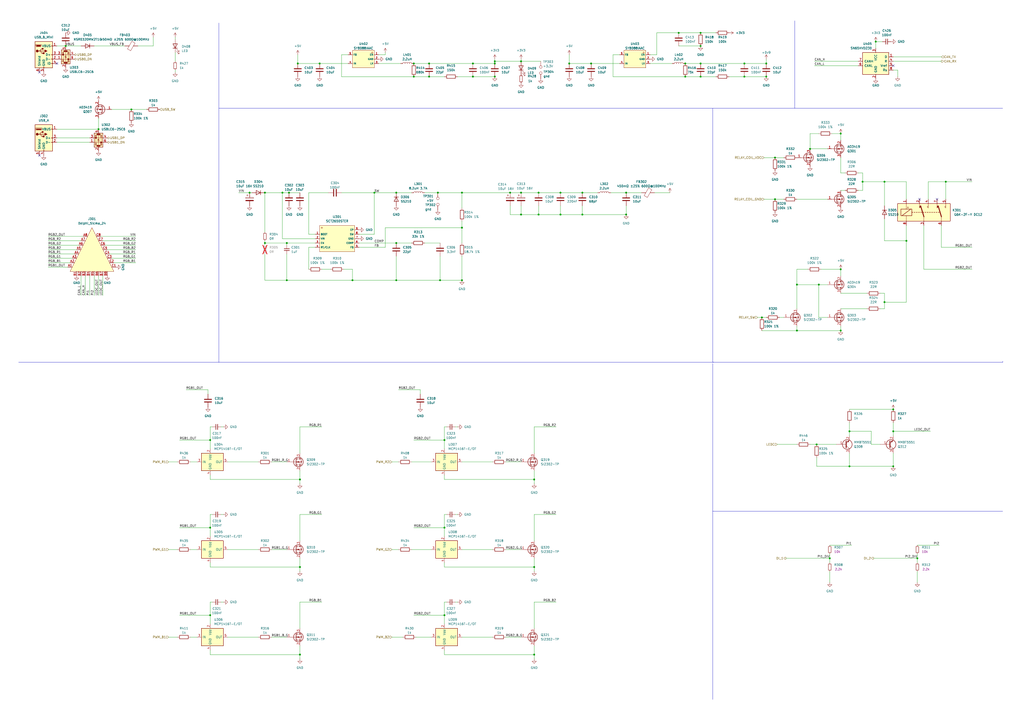
<source format=kicad_sch>
(kicad_sch (version 20231120) (generator "eeschema") (generator_version "8.0")
  (paper "A2")
  (junction (at 518.16 270.51))
  (junction (at 121.92 356.87))
  (junction (at 449.58 115.57))
  (junction (at 492.76 250.19))
  (junction (at 462.28 191.77))
  (junction (at 204.47 162.56))
  (junction (at 406.4 36.83))
  (junction (at 513.08 175.26))
  (junction (at 173.99 379.73))
  (junction (at 462.28 165.1))
  (junction (at 312.42 111.76))
  (junction (at 121.92 306.07))
  (junction (at 337.82 111.76))
  (junction (at 487.68 156.21))
  (junction (at 431.8 44.45))
  (junction (at 337.82 124.46))
  (junction (at 449.58 91.44))
  (junction (at 325.12 124.46))
  (junction (at 302.26 111.76))
  (junction (at 287.02 36.83))
  (junction (at 302.26 35.56))
  (junction (at 274.32 44.45))
  (junction (at 254 111.76))
  (junction (at 153.67 111.76))
  (junction (at 393.7 19.05))
  (junction (at 229.87 111.76))
  (junction (at 302.26 124.46))
  (junction (at 406.4 26.67))
  (junction (at 167.64 111.76))
  (junction (at 274.32 36.83))
  (junction (at 57.15 74.93))
  (junction (at 163.83 111.76))
  (junction (at 309.88 328.93))
  (junction (at 342.9 36.83))
  (junction (at 330.2 36.83))
  (junction (at 217.17 111.76))
  (junction (at 248.92 36.83))
  (junction (at 240.03 36.83))
  (junction (at 487.68 191.77))
  (junction (at 312.42 124.46))
  (junction (at 153.67 140.97))
  (junction (at 267.97 111.76))
  (junction (at 173.99 328.93))
  (junction (at 38.1 26.67))
  (junction (at 287.02 44.45))
  (junction (at 469.9 86.36))
  (junction (at 257.81 356.87))
  (junction (at 397.51 44.45))
  (junction (at 406.4 44.45))
  (junction (at 173.99 278.13))
  (junction (at 492.76 270.51))
  (junction (at 185.42 36.83))
  (junction (at 255.27 162.56))
  (junction (at 474.98 165.1))
  (junction (at 172.72 36.83))
  (junction (at 267.97 132.08))
  (junction (at 481.33 323.85))
  (junction (at 121.92 255.27))
  (junction (at 166.37 162.56))
  (junction (at 309.88 278.13))
  (junction (at 229.87 162.56))
  (junction (at 518.16 250.19))
  (junction (at 166.37 140.97))
  (junction (at 532.13 323.85))
  (junction (at 518.16 237.49))
  (junction (at 500.38 105.41))
  (junction (at 548.64 105.41))
  (junction (at 267.97 162.56))
  (junction (at 397.51 36.83))
  (junction (at 525.78 139.7))
  (junction (at 406.4 19.05))
  (junction (at 473.71 257.81))
  (junction (at 508 24.13))
  (junction (at 513.08 105.41))
  (junction (at 240.03 44.45))
  (junction (at 229.87 140.97))
  (junction (at 248.92 44.45))
  (junction (at 76.2 63.5))
  (junction (at 287.02 35.56))
  (junction (at 295.91 111.76))
  (junction (at 363.22 111.76))
  (junction (at 487.68 77.47))
  (junction (at 257.81 255.27))
  (junction (at 444.5 36.83))
  (junction (at 325.12 111.76))
  (junction (at 441.96 184.15))
  (junction (at 144.78 111.76))
  (junction (at 309.88 379.73))
  (junction (at 444.5 44.45))
  (junction (at 363.22 124.46))
  (junction (at 431.8 36.83))
  (junction (at 257.81 306.07))
  (no_connect (at 518.16 38.1))
  (no_connect (at 22.86 41.91))
  (no_connect (at 33.02 36.83))
  (no_connect (at 543.56 115.57))
  (no_connect (at 533.4 115.57))
  (no_connect (at 22.86 90.17))
  (wire (pts (xy 173.99 323.85) (xy 173.99 328.93)))
  (wire (pts (xy 309.88 262.89) (xy 309.88 247.65)))
  (wire (pts (xy 229.87 162.56) (xy 229.87 148.59)))
  (wire (pts (xy 535.94 156.21) (xy 535.94 130.81)))
  (wire (pts (xy 492.76 262.89) (xy 492.76 270.51)))
  (wire (pts (xy 257.81 306.07) (xy 240.03 306.07)))
  (wire (pts (xy 110.49 369.57) (xy 114.3 369.57)))
  (wire (pts (xy 511.81 24.13) (xy 508 24.13)))
  (wire (pts (xy 546.1 143.51) (xy 546.1 130.81)))
  (wire (pts (xy 240.03 44.45) (xy 248.92 44.45)))
  (wire (pts (xy 312.42 111.76) (xy 325.12 111.76)))
  (wire (pts (xy 27.94 154.94) (xy 39.37 154.94)))
  (wire (pts (xy 217.17 111.76) (xy 229.87 111.76)))
  (wire (pts (xy 227.33 369.57) (xy 233.68 369.57)))
  (wire (pts (xy 257.81 255.27) (xy 257.81 260.35)))
  (wire (pts (xy 241.3 369.57) (xy 250.19 369.57)))
  (wire (pts (xy 473.71 270.51) (xy 473.71 265.43)))
  (wire (pts (xy 27.94 152.4) (xy 40.64 152.4)))
  (wire (pts (xy 309.88 364.49) (xy 309.88 349.25)))
  (wire (pts (xy 138.43 111.76) (xy 144.78 111.76)))
  (wire (pts (xy 337.82 119.38) (xy 337.82 124.46)))
  (wire (pts (xy 490.22 100.33) (xy 487.68 100.33)))
  (wire (pts (xy 257.81 247.65) (xy 257.81 255.27)))
  (wire (pts (xy 78.74 144.78) (xy 62.23 144.78)))
  (wire (pts (xy 157.48 267.97) (xy 166.37 267.97)))
  (wire (pts (xy 173.99 328.93) (xy 173.99 331.47)))
  (wire (pts (xy 293.37 267.97) (xy 302.26 267.97)))
  (wire (pts (xy 525.78 139.7) (xy 525.78 130.81)))
  (wire (pts (xy 302.26 35.56) (xy 313.69 35.56)))
  (wire (pts (xy 267.97 162.56) (xy 267.97 148.59)))
  (wire (pts (xy 469.9 86.36) (xy 480.06 86.36)))
  (wire (pts (xy 330.2 31.75) (xy 330.2 36.83)))
  (wire (pts (xy 78.74 142.24) (xy 60.96 142.24)))
  (wire (pts (xy 153.67 147.32) (xy 153.67 162.56)))
  (wire (pts (xy 302.26 35.56) (xy 302.26 34.29)))
  (wire (pts (xy 462.28 115.57) (xy 480.06 115.57)))
  (wire (pts (xy 487.68 179.07) (xy 502.92 179.07)))
  (wire (pts (xy 229.87 111.76) (xy 238.76 111.76)))
  (wire (pts (xy 309.88 379.73) (xy 309.88 382.27)))
  (wire (pts (xy 223.52 143.51) (xy 223.52 132.08)))
  (wire (pts (xy 487.68 110.49) (xy 490.22 110.49)))
  (wire (pts (xy 97.79 318.77) (xy 102.87 318.77)))
  (wire (pts (xy 173.99 379.73) (xy 173.99 382.27)))
  (wire (pts (xy 355.6 44.45) (xy 355.6 31.75)))
  (wire (pts (xy 444.5 44.45) (xy 431.8 44.45)))
  (wire (pts (xy 97.79 267.97) (xy 102.87 267.97)))
  (wire (pts (xy 302.26 119.38) (xy 302.26 124.46)))
  (wire (pts (xy 246.38 111.76) (xy 254 111.76)))
  (wire (pts (xy 88.9 26.67) (xy 80.01 26.67)))
  (wire (pts (xy 78.74 147.32) (xy 63.5 147.32)))
  (wire (pts (xy 441.96 191.77) (xy 462.28 191.77)))
  (wire (pts (xy 293.37 369.57) (xy 302.26 369.57)))
  (wire (pts (xy 121.92 247.65) (xy 123.19 247.65)))
  (wire (pts (xy 57.15 74.93) (xy 33.02 74.93)))
  (wire (pts (xy 27.94 137.16) (xy 48.26 137.16)))
  (wire (pts (xy 248.92 44.45) (xy 257.81 44.45)))
  (wire (pts (xy 406.4 19.05) (xy 415.29 19.05)))
  (wire (pts (xy 309.88 374.65) (xy 309.88 379.73)))
  (wire (pts (xy 121.92 278.13) (xy 173.99 278.13)))
  (wire (pts (xy 309.88 298.45) (xy 322.58 298.45)))
  (wire (pts (xy 492.76 237.49) (xy 518.16 237.49)))
  (wire (pts (xy 257.81 349.25) (xy 257.81 356.87)))
  (wire (pts (xy 257.81 356.87) (xy 240.03 356.87)))
  (wire (pts (xy 257.81 326.39) (xy 257.81 328.93)))
  (wire (pts (xy 110.49 267.97) (xy 114.3 267.97)))
  (wire (pts (xy 132.08 267.97) (xy 149.86 267.97)))
  (wire (pts (xy 309.88 349.25) (xy 322.58 349.25)))
  (wire (pts (xy 487.68 191.77) (xy 462.28 191.77)))
  (wire (pts (xy 107.95 226.06) (xy 120.65 226.06)))
  (wire (pts (xy 46.99 160.02) (xy 46.99 171.45)))
  (wire (pts (xy 518.16 35.56) (xy 546.1 35.56)))
  (wire (pts (xy 153.67 139.7) (xy 153.67 140.97)))
  (wire (pts (xy 182.88 143.51) (xy 179.07 143.51)))
  (wire (pts (xy 397.51 36.83) (xy 406.4 36.83)))
  (wire (pts (xy 267.97 318.77) (xy 285.75 318.77)))
  (wire (pts (xy 309.88 273.05) (xy 309.88 278.13)))
  (wire (pts (xy 166.37 147.32) (xy 166.37 162.56)))
  (wire (pts (xy 54.61 160.02) (xy 54.61 171.45)))
  (wire (pts (xy 469.9 77.47) (xy 474.98 77.47)))
  (wire (pts (xy 462.28 165.1) (xy 474.98 165.1)))
  (wire (pts (xy 469.9 257.81) (xy 473.71 257.81)))
  (wire (pts (xy 518.16 270.51) (xy 492.76 270.51)))
  (wire (pts (xy 264.16 298.45) (xy 265.43 298.45)))
  (wire (pts (xy 487.68 77.47) (xy 487.68 81.28)))
  (wire (pts (xy 325.12 124.46) (xy 337.82 124.46)))
  (wire (pts (xy 121.92 298.45) (xy 123.19 298.45)))
  (wire (pts (xy 173.99 278.13) (xy 173.99 280.67)))
  (wire (pts (xy 302.26 111.76) (xy 312.42 111.76)))
  (polyline (pts (xy 581.66 209.55) (xy 581.66 210.185)))
  (wire (pts (xy 439.42 184.15) (xy 441.96 184.15)))
  (wire (pts (xy 487.68 189.23) (xy 487.68 191.77)))
  (wire (pts (xy 532.13 331.47) (xy 532.13 337.82)))
  (wire (pts (xy 198.12 31.75) (xy 201.93 31.75)))
  (wire (pts (xy 500.38 105.41) (xy 500.38 100.33)))
  (wire (pts (xy 510.54 179.07) (xy 513.08 179.07)))
  (wire (pts (xy 229.87 162.56) (xy 255.27 162.56)))
  (wire (pts (xy 257.81 298.45) (xy 259.08 298.45)))
  (wire (pts (xy 354.33 111.76) (xy 363.22 111.76)))
  (wire (pts (xy 223.52 31.75) (xy 219.71 31.75)))
  (polyline (pts (xy 127 210.185) (xy 10.795 210.185)))
  (wire (pts (xy 257.81 275.59) (xy 257.81 278.13)))
  (wire (pts (xy 513.08 105.41) (xy 525.78 105.41)))
  (wire (pts (xy 157.48 318.77) (xy 166.37 318.77)))
  (wire (pts (xy 153.67 140.97) (xy 153.67 142.24)))
  (wire (pts (xy 518.16 40.64) (xy 520.7 40.64)))
  (wire (pts (xy 455.93 323.85) (xy 481.33 323.85)))
  (wire (pts (xy 267.97 267.97) (xy 285.75 267.97)))
  (wire (pts (xy 474.98 165.1) (xy 480.06 165.1)))
  (wire (pts (xy 422.91 44.45) (xy 431.8 44.45)))
  (wire (pts (xy 513.08 175.26) (xy 513.08 170.18)))
  (wire (pts (xy 219.71 36.83) (xy 232.41 36.83)))
  (wire (pts (xy 78.74 152.4) (xy 66.04 152.4)))
  (wire (pts (xy 101.6 40.64) (xy 101.6 41.91)))
  (wire (pts (xy 532.13 323.85) (xy 532.13 326.39)))
  (wire (pts (xy 121.92 356.87) (xy 104.14 356.87)))
  (wire (pts (xy 377.19 31.75) (xy 381 31.75)))
  (polyline (pts (xy 413.385 210.185) (xy 414.02 210.185)))
  (wire (pts (xy 163.83 138.43) (xy 163.83 111.76)))
  (wire (pts (xy 166.37 140.97) (xy 166.37 142.24)))
  (wire (pts (xy 199.39 156.21) (xy 204.47 156.21)))
  (wire (pts (xy 431.8 36.83) (xy 444.5 36.83)))
  (wire (pts (xy 393.7 26.67) (xy 406.4 26.67)))
  (wire (pts (xy 186.69 156.21) (xy 191.77 156.21)))
  (polyline (pts (xy 127 210.185) (xy 581.66 210.185)))
  (wire (pts (xy 57.15 68.58) (xy 57.15 74.93)))
  (wire (pts (xy 472.44 38.1) (xy 497.84 38.1)))
  (wire (pts (xy 363.22 111.76) (xy 372.11 111.76)))
  (wire (pts (xy 397.51 44.45) (xy 355.6 44.45)))
  (wire (pts (xy 248.92 36.83) (xy 274.32 36.83)))
  (wire (pts (xy 520.7 40.64) (xy 520.7 44.45)))
  (wire (pts (xy 513.08 139.7) (xy 525.78 139.7)))
  (wire (pts (xy 179.07 135.89) (xy 179.07 111.76)))
  (wire (pts (xy 513.08 127) (xy 513.08 139.7)))
  (wire (pts (xy 444.5 34.29) (xy 444.5 36.83)))
  (wire (pts (xy 481.33 316.23) (xy 494.03 316.23)))
  (wire (pts (xy 128.27 247.65) (xy 129.54 247.65)))
  (wire (pts (xy 173.99 374.65) (xy 173.99 379.73)))
  (wire (pts (xy 132.08 318.77) (xy 149.86 318.77)))
  (wire (pts (xy 257.81 356.87) (xy 257.81 361.95)))
  (polyline (pts (xy 413.385 62.865) (xy 413.385 210.185)))
  (wire (pts (xy 309.88 328.93) (xy 309.88 331.47)))
  (wire (pts (xy 257.81 306.07) (xy 257.81 311.15)))
  (wire (pts (xy 406.4 36.83) (xy 431.8 36.83)))
  (wire (pts (xy 532.13 316.23) (xy 544.83 316.23)))
  (wire (pts (xy 217.17 135.89) (xy 217.17 111.76)))
  (wire (pts (xy 153.67 111.76) (xy 163.83 111.76)))
  (wire (pts (xy 295.91 119.38) (xy 295.91 124.46)))
  (polyline (pts (xy 413.385 296.545) (xy 581.66 296.545)))
  (wire (pts (xy 265.43 44.45) (xy 274.32 44.45)))
  (wire (pts (xy 121.92 377.19) (xy 121.92 379.73)))
  (wire (pts (xy 153.67 140.97) (xy 166.37 140.97)))
  (wire (pts (xy 254 111.76) (xy 267.97 111.76)))
  (wire (pts (xy 312.42 119.38) (xy 312.42 124.46)))
  (wire (pts (xy 257.81 377.19) (xy 257.81 379.73)))
  (polyline (pts (xy 413.385 210.82) (xy 413.385 405.765)))
  (wire (pts (xy 274.32 36.83) (xy 287.02 36.83)))
  (wire (pts (xy 198.12 44.45) (xy 198.12 31.75)))
  (wire (pts (xy 513.08 175.26) (xy 525.78 175.26)))
  (wire (pts (xy 121.92 275.59) (xy 121.92 278.13)))
  (wire (pts (xy 330.2 36.83) (xy 342.9 36.83)))
  (wire (pts (xy 487.68 156.21) (xy 487.68 160.02)))
  (wire (pts (xy 450.85 257.81) (xy 462.28 257.81)))
  (wire (pts (xy 449.58 91.44) (xy 454.66 91.44)))
  (wire (pts (xy 255.27 162.56) (xy 255.27 148.59)))
  (wire (pts (xy 505.46 250.19) (xy 492.76 250.19)))
  (wire (pts (xy 309.88 323.85) (xy 309.88 328.93)))
  (wire (pts (xy 546.1 143.51) (xy 563.88 143.51)))
  (wire (pts (xy 179.07 111.76) (xy 190.5 111.76)))
  (wire (pts (xy 110.49 318.77) (xy 114.3 318.77)))
  (wire (pts (xy 481.33 321.31) (xy 481.33 323.85)))
  (wire (pts (xy 101.6 30.48) (xy 101.6 35.56)))
  (wire (pts (xy 173.99 349.25) (xy 186.69 349.25)))
  (wire (pts (xy 513.08 175.26) (xy 513.08 179.07)))
  (wire (pts (xy 227.33 318.77) (xy 231.14 318.77)))
  (wire (pts (xy 121.92 379.73) (xy 173.99 379.73)))
  (wire (pts (xy 179.07 143.51) (xy 179.07 156.21)))
  (wire (pts (xy 287.02 34.29) (xy 287.02 35.56)))
  (wire (pts (xy 153.67 162.56) (xy 166.37 162.56)))
  (wire (pts (xy 121.92 356.87) (xy 121.92 361.95)))
  (wire (pts (xy 482.6 77.47) (xy 487.68 77.47)))
  (wire (pts (xy 441.96 184.15) (xy 444.5 184.15)))
  (wire (pts (xy 121.92 349.25) (xy 123.19 349.25)))
  (wire (pts (xy 238.76 318.77) (xy 250.19 318.77)))
  (wire (pts (xy 240.03 44.45) (xy 198.12 44.45)))
  (wire (pts (xy 172.72 36.83) (xy 185.42 36.83)))
  (wire (pts (xy 166.37 162.56) (xy 204.47 162.56)))
  (wire (pts (xy 27.94 139.7) (xy 46.99 139.7)))
  (wire (pts (xy 538.48 105.41) (xy 548.64 105.41)))
  (wire (pts (xy 208.28 135.89) (xy 217.17 135.89)))
  (wire (pts (xy 525.78 105.41) (xy 525.78 115.57)))
  (wire (pts (xy 267.97 132.08) (xy 267.97 140.97)))
  (wire (pts (xy 264.16 349.25) (xy 265.43 349.25)))
  (polyline (pts (xy 127 13.335) (xy 127 210.185)))
  (wire (pts (xy 481.33 331.47) (xy 481.33 337.82)))
  (wire (pts (xy 563.88 156.21) (xy 535.94 156.21)))
  (wire (pts (xy 257.81 379.73) (xy 309.88 379.73)))
  (wire (pts (xy 27.94 147.32) (xy 43.18 147.32)))
  (wire (pts (xy 88.9 21.59) (xy 88.9 26.67)))
  (wire (pts (xy 255.27 162.56) (xy 267.97 162.56)))
  (wire (pts (xy 312.42 124.46) (xy 325.12 124.46)))
  (wire (pts (xy 443.23 91.44) (xy 449.58 91.44)))
  (wire (pts (xy 363.22 124.46) (xy 363.22 119.38)))
  (wire (pts (xy 506.73 323.85) (xy 532.13 323.85)))
  (wire (pts (xy 480.06 184.15) (xy 474.98 184.15)))
  (wire (pts (xy 518.16 33.02) (xy 546.1 33.02)))
  (wire (pts (xy 33.02 80.01) (xy 52.07 80.01)))
  (wire (pts (xy 27.94 149.86) (xy 41.91 149.86)))
  (wire (pts (xy 27.94 144.78) (xy 44.45 144.78)))
  (wire (pts (xy 505.46 257.81) (xy 505.46 250.19)))
  (wire (pts (xy 227.33 267.97) (xy 231.14 267.97)))
  (wire (pts (xy 379.73 111.76) (xy 388.62 111.76)))
  (wire (pts (xy 337.82 124.46) (xy 363.22 124.46)))
  (wire (pts (xy 38.1 26.67) (xy 46.99 26.67)))
  (wire (pts (xy 462.28 191.77) (xy 462.28 189.23)))
  (wire (pts (xy 121.92 255.27) (xy 121.92 260.35)))
  (wire (pts (xy 267.97 111.76) (xy 295.91 111.76)))
  (wire (pts (xy 309.88 313.69) (xy 309.88 298.45)))
  (wire (pts (xy 121.92 349.25) (xy 121.92 356.87)))
  (wire (pts (xy 302.26 111.76) (xy 295.91 111.76)))
  (wire (pts (xy 337.82 111.76) (xy 346.71 111.76)))
  (wire (pts (xy 128.27 298.45) (xy 129.54 298.45)))
  (wire (pts (xy 462.28 179.07) (xy 462.28 165.1)))
  (wire (pts (xy 267.97 111.76) (xy 267.97 120.65)))
  (wire (pts (xy 257.81 278.13) (xy 309.88 278.13)))
  (wire (pts (xy 525.78 175.26) (xy 525.78 139.7)))
  (wire (pts (xy 309.88 247.65) (xy 322.58 247.65)))
  (wire (pts (xy 78.74 149.86) (xy 64.77 149.86)))
  (wire (pts (xy 257.81 349.25) (xy 259.08 349.25)))
  (wire (pts (xy 121.92 255.27) (xy 104.14 255.27)))
  (wire (pts (xy 223.52 30.48) (xy 223.52 31.75)))
  (wire (pts (xy 231.14 226.06) (xy 243.84 226.06)))
  (wire (pts (xy 229.87 140.97) (xy 238.76 140.97)))
  (wire (pts (xy 132.08 369.57) (xy 149.86 369.57)))
  (wire (pts (xy 120.65 226.06) (xy 120.65 228.6)))
  (wire (pts (xy 325.12 111.76) (xy 337.82 111.76)))
  (wire (pts (xy 548.64 105.41) (xy 563.88 105.41)))
  (wire (pts (xy 57.15 160.02) (xy 57.15 171.45)))
  (wire (pts (xy 85.09 63.5) (xy 76.2 63.5)))
  (wire (pts (xy 208.28 143.51) (xy 223.52 143.51)))
  (wire (pts (xy 381 31.75) (xy 381 19.05)))
  (polyline (pts (xy 461.01 62.865) (xy 461.01 12.065)))
  (wire (pts (xy 173.99 298.45) (xy 186.69 298.45)))
  (wire (pts (xy 481.33 323.85) (xy 481.33 326.39)))
  (wire (pts (xy 52.07 160.02) (xy 52.07 171.45)))
  (wire (pts (xy 474.98 184.15) (xy 474.98 165.1)))
  (wire (pts (xy 518.16 250.19) (xy 518.16 252.73)))
  (wire (pts (xy 121.92 326.39) (xy 121.92 328.93)))
  (wire (pts (xy 532.13 321.31) (xy 532.13 323.85)))
  (wire (pts (xy 406.4 44.45) (xy 415.29 44.45)))
  (wire (pts (xy 287.02 35.56) (xy 287.02 36.83)))
  (wire (pts (xy 264.16 247.65) (xy 265.43 247.65)))
  (wire (pts (xy 173.99 262.89) (xy 173.99 247.65)))
  (wire (pts (xy 548.64 105.41) (xy 548.64 115.57)))
  (wire (pts (xy 257.81 247.65) (xy 259.08 247.65)))
  (wire (pts (xy 476.25 156.21) (xy 487.68 156.21)))
  (wire (pts (xy 487.68 170.18) (xy 502.92 170.18)))
  (wire (pts (xy 267.97 369.57) (xy 285.75 369.57)))
  (wire (pts (xy 97.79 369.57) (xy 102.87 369.57)))
  (wire (pts (xy 243.84 226.06) (xy 243.84 228.6)))
  (wire (pts (xy 472.44 35.56) (xy 497.84 35.56)))
  (wire (pts (xy 208.28 140.97) (xy 229.87 140.97)))
  (wire (pts (xy 381 19.05) (xy 393.7 19.05)))
  (wire (pts (xy 355.6 31.75) (xy 359.41 31.75)))
  (wire (pts (xy 500.38 105.41) (xy 513.08 105.41)))
  (wire (pts (xy 518.16 250.19) (xy 539.75 250.19)))
  (wire (pts (xy 518.16 262.89) (xy 518.16 270.51)))
  (wire (pts (xy 121.92 298.45) (xy 121.92 306.07)))
  (wire (pts (xy 128.27 349.25) (xy 129.54 349.25)))
  (wire (pts (xy 342.9 36.83) (xy 359.41 36.83)))
  (wire (pts (xy 59.69 160.02) (xy 59.69 171.45)))
  (wire (pts (xy 33.02 26.67) (xy 38.1 26.67)))
  (wire (pts (xy 492.76 270.51) (xy 473.71 270.51)))
  (wire (pts (xy 78.74 137.16) (xy 58.42 137.16)))
  (wire (pts (xy 497.84 110.49) (xy 500.38 110.49)))
  (wire (pts (xy 397.51 44.45) (xy 406.4 44.45)))
  (wire (pts (xy 513.08 170.18) (xy 510.54 170.18)))
  (wire (pts (xy 287.02 35.56) (xy 302.26 35.56)))
  (wire (pts (xy 153.67 111.76) (xy 153.67 134.62)))
  (wire (pts (xy 473.71 257.81) (xy 485.14 257.81)))
  (wire (pts (xy 443.23 115.57) (xy 449.58 115.57)))
  (wire (pts (xy 267.97 128.27) (xy 267.97 132.08)))
  (wire (pts (xy 302.26 124.46) (xy 312.42 124.46)))
  (wire (pts (xy 167.64 111.76) (xy 173.99 111.76)))
  (wire (pts (xy 513.08 105.41) (xy 513.08 119.38)))
  (wire (pts (xy 325.12 119.38) (xy 325.12 124.46)))
  (wire (pts (xy 452.12 184.15) (xy 454.66 184.15)))
  (wire (pts (xy 257.81 255.27) (xy 240.03 255.27)))
  (wire (pts (xy 287.02 44.45) (xy 274.32 44.45)))
  (wire (pts (xy 173.99 273.05) (xy 173.99 278.13)))
  (wire (pts (xy 173.99 364.49) (xy 173.99 349.25)))
  (wire (pts (xy 257.81 298.45) (xy 257.81 306.07)))
  (polyline (pts (xy 127 62.865) (xy 581.66 62.865)))
  (wire (pts (xy 500.38 100.33) (xy 497.84 100.33)))
  (wire (pts (xy 121.92 306.07) (xy 121.92 311.15)))
  (wire (pts (xy 27.94 142.24) (xy 45.72 142.24)))
  (wire (pts (xy 163.83 111.76) (xy 167.64 111.76)))
  (wire (pts (xy 78.74 139.7) (xy 59.69 139.7)))
  (wire (pts (xy 462.28 156.21) (xy 468.63 156.21)))
  (wire (pts (xy 76.2 63.5) (xy 64.77 63.5)))
  (wire (pts (xy 172.72 31.75) (xy 172.72 36.83)))
  (wire (pts (xy 238.76 267.97) (xy 250.19 267.97)))
  (wire (pts (xy 377.19 36.83) (xy 389.89 36.83)))
  (wire (pts (xy 223.52 132.08) (xy 267.97 132.08)))
  (wire (pts (xy 54.61 26.67) (xy 72.39 26.67)))
  (wire (pts (xy 492.76 250.19) (xy 492.76 252.73)))
  (wire (pts (xy 240.03 36.83) (xy 248.92 36.83)))
  (wire (pts (xy 393.7 19.05) (xy 406.4 19.05)))
  (wire (pts (xy 246.38 140.97) (xy 255.27 140.97)))
  (wire (pts (xy 510.54 257.81) (xy 505.46 257.81)))
  (wire (pts (xy 309.88 278.13) (xy 309.88 280.67)))
  (wire (pts (xy 173.99 313.69) (xy 173.99 298.45)))
  (wire (pts (xy 204.47 162.56) (xy 229.87 162.56)))
  (wire (pts (xy 492.76 250.19) (xy 492.76 245.11)))
  (wire (pts (xy 518.16 245.11) (xy 518.16 250.19)))
  (wire (pts (xy 121.92 328.93) (xy 173.99 328.93)))
  (wire (pts (xy 49.53 160.02) (xy 49.53 171.45)))
  (wire (pts (xy 469.9 77.47) (xy 469.9 86.36)))
  (wire (pts (xy 462.28 165.1) (xy 462.28 156.21)))
  (wire (pts (xy 204.47 156.21) (xy 204.47 162.56)))
  (wire (pts (xy 500.38 105.41) (xy 500.38 110.49)))
  (wire (pts (xy 166.37 140.97) (xy 182.88 140.97)))
  (wire (pts (xy 538.48 105.41) (xy 538.48 115.57)))
  (wire (pts (xy 185.42 36.83) (xy 201.93 36.83)))
  (wire (pts (xy 101.6 21.59) (xy 101.6 22.86)))
  (wire (pts (xy 144.78 111.76) (xy 146.05 111.76)))
  (wire (pts (xy 508 24.13) (xy 508 27.94)))
  (wire (pts (xy 182.88 135.89) (xy 179.07 135.89)))
  (wire (pts (xy 217.17 111.76) (xy 198.12 111.76)))
  (wire (pts (xy 157.48 369.57) (xy 166.37 369.57)))
  (wire (pts (xy 293.37 318.77) (xy 302.26 318.77)))
  (wire (pts (xy 449.58 115.57) (xy 454.66 115.57)))
  (wire (pts (xy 121.92 247.65) (xy 121.92 255.27)))
  (wire (pts (xy 257.81 328.93) (xy 309.88 328.93)))
  (wire (pts (xy 173.99 247.65) (xy 186.69 247.65)))
  (wire (pts (xy 295.91 124.46) (xy 302.26 124.46)))
  (wire (pts (xy 182.88 138.43) (xy 163.83 138.43)))
  (wire (pts (xy 121.92 306.07) (xy 104.14 306.07)))
  (wire (pts (xy 33.02 82.55) (xy 52.07 82.55)))
  (wire (pts (xy 487.68 100.33) (xy 487.68 91.44)))
  (label "RGB_B2" (at 78.74 144.78 180))
  (label "RGB_R1" (at 78.74 147.32 180))
  (label "RGB_G2" (at 322.58 298.45 180))
  (label "VIN" (at 138.43 111.76 0))
  (label "RGB1_R_G" (at 157.48 267.97 0))
  (label "RGB_B2" (at 322.58 349.25 180))
  (label "RGB1_OUT" (at 563.88 143.51 180))
  (label "RGB_R1" (at 27.94 147.32 0))
  (label "LEDC_OUT" (at 59.69 171.45 90))
  (label "RGB2_OUT" (at 240.03 306.07 0))
  (label "PI2" (at 54.61 171.45 90))
  (label "RGB_G2" (at 27.94 142.24 0))
  (label "RGB2_OUT" (at 27.94 137.16 0))
  (label "RGB_B1" (at 27.94 152.4 0))
  (label "RGB_G1" (at 78.74 149.86 180))
  (label "RGB_B2" (at 27.94 144.78 0))
  (label "VBUS" (at 38.1 26.67 0))
  (label "RGB_R2" (at 27.94 139.7 0))
  (label "PI1" (at 494.03 316.23 180))
  (label "PI1" (at 52.07 171.45 90))
  (label "RGB2_OUT" (at 231.14 226.06 0))
  (label "VBUS_FB" (at 63.5 26.67 0))
  (label "RGB2_OUT" (at 240.03 356.87 0))
  (label "PI1_DIV" (at 481.33 323.85 180) (property "Netclass" "GPIO" (effects (hide yes))))
  (label "RGB1_OUT" (at 104.14 306.07 0))
  (label "RGB1_OUT" (at 27.94 154.94 0))
  (label "RGB_B1" (at 186.69 349.25 180))
  (label "RGB2_OUT" (at 563.88 156.21 180))
  (label "CAN_L" (at 472.44 38.1 0))
  (label "RGB_G1" (at 27.94 149.86 0))
  (label "CAN_H" (at 472.44 35.56 0))
  (label "RGB_R2" (at 322.58 247.65 180))
  (label "PI2_DIV" (at 532.13 323.85 180) (property "Netclass" "GPIO" (effects (hide yes))))
  (label "RGB2_G_G" (at 293.37 318.77 0))
  (label "VIN" (at 78.74 137.16 180))
  (label "RGB1_OUT" (at 104.14 255.27 0))
  (label "SW" (at 217.17 111.76 0))
  (label "LEDC_OUT" (at 57.15 171.45 90))
  (label "RGB_R2" (at 78.74 139.7 180))
  (label "RGB2_B_G" (at 293.37 369.57 0))
  (label "RGB1_B_G" (at 157.48 369.57 0))
  (label "RGB_R1" (at 186.69 247.65 180))
  (label "VIN" (at 563.88 105.41 180))
  (label "RGB_G2" (at 78.74 142.24 180))
  (label "RGB1_OUT" (at 107.95 226.06 0))
  (label "RGB2_R_G" (at 293.37 267.97 0))
  (label "FB" (at 217.17 143.51 0))
  (label "PI2" (at 544.83 316.23 180))
  (label "LEDC_OUT" (at 539.75 250.19 180))
  (label "RGB_B1" (at 78.74 152.4 180))
  (label "RGB1_G_G" (at 157.48 318.77 0))
  (label "COMP" (at 217.17 140.97 0))
  (label "CAN_H" (at 49.53 171.45 90))
  (label "RGB_G1" (at 186.69 298.45 180))
  (label "CAN_L" (at 46.99 171.45 90))
  (label "RGB2_OUT" (at 240.03 255.27 0))
  (label "RGB1_OUT" (at 104.14 356.87 0))
  (hierarchical_label "CAN_TX" (shape input) (at 546.1 33.02 0))
  (hierarchical_label "PWM_B1" (shape input) (at 97.79 369.57 180))
  (hierarchical_label "USB1_DP" (shape bidirectional) (at 62.23 80.01 0))
  (hierarchical_label "LEDC" (shape input) (at 450.85 257.81 180))
  (hierarchical_label "USB_SW" (shape input) (at 92.71 63.5 0))
  (hierarchical_label "USB1_DN" (shape bidirectional) (at 62.23 82.55 0))
  (hierarchical_label "PWM_R1" (shape input) (at 97.79 267.97 180))
  (hierarchical_label "PWM_B2" (shape input) (at 227.33 369.57 180))
  (hierarchical_label "DI_1" (shape output) (at 455.93 323.85 180))
  (hierarchical_label "USB0_DN" (shape bidirectional) (at 43.18 34.29 0))
  (hierarchical_label "PWM_G1" (shape input) (at 97.79 318.77 180))
  (hierarchical_label "DI_2" (shape output) (at 506.73 323.85 180))
  (hierarchical_label "PWM_G2" (shape input) (at 227.33 318.77 180))
  (hierarchical_label "RELAY_COIL_GND" (shape input) (at 443.23 115.57 180))
  (hierarchical_label "RELAY_COIL_VDC" (shape input) (at 443.23 91.44 180))
  (hierarchical_label "CAN_RX" (shape output) (at 546.1 35.56 0))
  (hierarchical_label "PWM_R2" (shape input) (at 227.33 267.97 180))
  (hierarchical_label "RELAY_SW" (shape input) (at 439.42 184.15 180))
  (hierarchical_label "USB0_DP" (shape bidirectional) (at 43.18 31.75 0))
  (symbol (lib_id "Device:C_Small") (at 261.62 349.25 90) (unit 1)
    (property "Reference" "C327" (at 261.6263 353.06 90))
    (property "Value" "100nf" (at 261.6263 355.6 90))
    (property "Footprint" "Capacitor_SMD:C_0402_1005Metric" (effects (hide yes)))
    (property "Datasheet" "https://datasheet.lcsc.com/lcsc/2304140030_Samsung-Electro-Mechanics-CL05B104KB54PNC_C307331.pdf" (effects (hide yes)))
    (property "LCSC" "C307331" (effects (hide yes)))
    (property "MPN" "CL05B104KB54PNC" (effects (hide yes)))
  )
  (symbol (lib_id "power:GND") (at 532.13 337.82 0) (unit 1)
    (property "Reference" "#PWR0311" (effects (hide yes)))
    (property "Value" "GND" (at 532.13 342.9 0))
  )
  (symbol (lib_id "Device:D") (at 50.8 26.67 180) (unit 1)
    (property "Reference" "D405" (at 50.8 20.32 0))
    (property "Value" "NSR0320MW2T1G" (at 50.8 22.86 0))
    (property "Footprint" "Diode_SMD:D_SOD-323" (effects (hide yes)))
    (property "Datasheet" "https://datasheet.lcsc.com/lcsc/2204281430_Guangdong-Hottech-1N5819WS_C191023.pdf" (effects (hide yes)))
    (property "Sim.Device" "D" (effects (hide yes)))
    (property "Sim.Pins" "1=K 2=A" (effects (hide yes)))
    (property "LCSC" "C191023" (effects (hide yes)))
    (property "MPN" "1N5819WS" (effects (hide yes)))
  )
  (symbol (lib_name "GND_3") (lib_id "power:GND") (at 469.9 96.52 0) (unit 1)
    (property "Reference" "#PWR0337" (effects (hide yes)))
    (property "Value" "GND" (at 469.9 101.6 0))
    (property "Description" "Power symbol creates a global label with name \"GND\" , ground" (effects (hide yes)))
  )
  (symbol (lib_name "GND_3") (lib_id "power:GND") (at 76.2 71.12 0) (unit 1)
    (property "Reference" "#PWR0343" (effects (hide yes)))
    (property "Value" "GND" (at 76.2 76.2 0))
    (property "Description" "Power symbol creates a global label with name \"GND\" , ground" (effects (hide yes)))
  )
  (symbol (lib_id "Device:C") (at 337.82 115.57 0) (unit 1)
    (property "Reference" "C310" (at 341.63 114.3 0) (effects (justify left)))
    (property "Value" "68pF" (at 341.63 116.84 0) (effects (justify left)))
    (property "Footprint" "Capacitor_SMD:C_0603_1608Metric" (effects (hide yes)))
    (property "Datasheet" "https://datasheet.lcsc.com/lcsc/2304140030_Samsung-Electro-Mechanics-CL10C680JB8NNNC_C28262.pdf" (effects (hide yes)))
    (property "LCSC" "C28262" (effects (hide yes)))
    (property "MPN" "CL10C680JB8NNNC" (effects (hide yes)))
  )
  (symbol (lib_id "Device:L") (at 236.22 36.83 90) (unit 1)
    (property "Reference" "L401" (at 236.22 31.75 90))
    (property "Value" "2.2uH" (at 236.22 34.29 90))
    (property "Footprint" "Inductor_LCSC:IND-SMD_L2.0-W1.6_VLS201610CX-150M" (effects (hide yes)))
    (property "Datasheet" "https://datasheet.lcsc.com/lcsc/2310251551_Sunlord-WPN201610H2R2MT_C97005.pdf" (effects (hide yes)))
    (property "LCSC" "C97005" (effects (hide yes)))
    (property "MPN" "WPN201610H2R2MT" (effects (hide yes)))
  )
  (symbol (lib_id "Connector_Aptiv:Delphi_Sicma_24") (at 53.34 144.78 0) (unit 1)
    (property "Reference" "J301" (at 53.34 127 0))
    (property "Value" "Delphi_Sicma_24" (at 53.34 129.54 0))
    (property "Footprint" "Connector_Aptiv:Delphi_Sicma_24_Black" (effects (hide yes)))
    (property "Datasheet" "https://www.mouser.com/datasheet/2/105/24w-1161476.pdf" (effects (hide yes)))
  )
  (symbol (lib_id "Device:R") (at 449.58 119.38 0) (unit 1)
    (property "Reference" "R329" (at 450.85 118.11 0) (effects (justify left)))
    (property "Value" "100k 1%" (at 450.85 120.65 0) (effects (justify left)))
    (property "Footprint" "Resistor_SMD:R_0402_1005Metric" (effects (hide yes)))
    (property "Datasheet" "https://datasheet.lcsc.com/lcsc/2206010100_UNI-ROYAL-Uniroyal-Elec-0402WGF1003TCE_C25741.pdf" (effects (hide yes)))
    (property "LCSC" "C25741" (effects (hide yes)))
    (property "MPN" "0402WGF1003TCE" (effects (hide yes)))
  )
  (symbol (lib_id "Device:C") (at 431.8 40.64 0) (unit 1)
    (property "Reference" "C411" (at 435.61 39.37 0) (effects (justify left)))
    (property "Value" "100nF" (at 435.61 41.91 0) (effects (justify left)))
    (property "Footprint" "Capacitor_SMD:C_0402_1005Metric" (effects (hide yes)))
    (property "Datasheet" "https://datasheet.lcsc.com/lcsc/2304140030_Samsung-Electro-Mechanics-CL05B104KB54PNC_C307331.pdf" (effects (hide yes)))
    (property "LCSC" "C307331" (effects (hide yes)))
    (property "MPN" "CL05B104KB54PNC" (effects (hide yes)))
  )
  (symbol (lib_id "power:GND") (at 481.33 337.82 0) (unit 1)
    (property "Reference" "#PWR0305" (effects (hide yes)))
    (property "Value" "GND" (at 481.33 342.9 0))
  )
  (symbol (lib_id "Device:C") (at 248.92 40.64 0) (unit 1)
    (property "Reference" "C405" (at 252.73 39.37 0) (effects (justify left)))
    (property "Value" "22pF" (at 252.73 41.91 0) (effects (justify left)))
    (property "Footprint" "Capacitor_SMD:C_0402_1005Metric" (effects (hide yes)))
    (property "Datasheet" "https://datasheet.lcsc.com/lcsc/2304140030_FH--Guangdong-Fenghua-Advanced-Tech-0402CG220J500NT_C1555.pdf" (effects (hide yes)))
    (property "LCSC" "C1555" (effects (hide yes)))
    (property "MPN" "0402CG220J500NT" (effects (hide yes)))
  )
  (symbol (lib_id "Driver_FET:MCP1416") (at 257.81 267.97 0) (unit 1)
    (property "Reference" "U307" (at 260.0041 257.81 0) (effects (justify left)))
    (property "Value" "MCP1416T-E/OT" (at 260.0041 260.35 0) (effects (justify left)))
    (property "Footprint" "Package_TO_SOT_SMD:SOT-23-5" (effects (hide yes)))
    (property "Datasheet" "http://ww1.microchip.com/downloads/en/DeviceDoc/20002092F.pdf" (effects (hide yes)))
    (property "Description" "1.5A High speed power MOSFET driver with non-inverting output, SOT-23-5" (effects (hide yes)))
    (property "LCSC" "C83775" (effects (hide yes)))
  )
  (symbol (lib_id "Device:Q_PMOS_GSD") (at 59.69 63.5 180) (unit 1)
    (property "Reference" "Q307" (at 53.34 64.7701 0) (effects (justify left)))
    (property "Value" "AO3419" (at 53.34 62.2301 0) (effects (justify left)))
    (property "Footprint" "Package_TO_SOT_SMD:SOT-23W" (effects (hide yes)))
    (property "Datasheet" "https://datasheet.lcsc.com/lcsc/2008181932_Alpha---Omega-Semicon-AO3419_C88053.pdf" (effects (hide yes)))
    (property "Description" "P-MOSFET transistor, gate/source/drain" (effects (hide yes)))
    (property "LCSC" "C88053" (effects (hide yes)))
    (property "MPN" "AO3419" (effects (hide yes)))
  )
  (symbol (lib_id "Driver_FET:MCP1416") (at 121.92 318.77 0) (unit 1)
    (property "Reference" "U305" (at 124.1141 308.61 0) (effects (justify left)))
    (property "Value" "MCP1416T-E/OT" (at 124.1141 311.15 0) (effects (justify left)))
    (property "Footprint" "Package_TO_SOT_SMD:SOT-23-5" (effects (hide yes)))
    (property "Datasheet" "http://ww1.microchip.com/downloads/en/DeviceDoc/20002092F.pdf" (effects (hide yes)))
    (property "Description" "1.5A High speed power MOSFET driver with non-inverting output, SOT-23-5" (effects (hide yes)))
    (property "LCSC" "C83775" (effects (hide yes)))
  )
  (symbol (lib_id "Device:R") (at 458.47 115.57 90) (mirror x) (unit 1)
    (property "Reference" "R330" (at 458.47 110.49 90))
    (property "Value" "1k" (at 458.47 113.03 90))
    (property "Footprint" "Resistor_SMD:R_0402_1005Metric" (effects (hide yes)))
    (property "Datasheet" "https://datasheet.lcsc.com/lcsc/2206010216_UNI-ROYAL-Uniroyal-Elec-0402WGF1001TCE_C11702.pdf" (effects (hide yes)))
    (property "LCSC" "C11702" (effects (hide yes)))
    (property "MPN" "0402WGF1001TCE" (effects (hide yes)))
  )
  (symbol (lib_name "GND_1") (lib_id "power:GND") (at 309.88 280.67 0) (unit 1)
    (property "Reference" "#PWR0321" (effects (hide yes)))
    (property "Value" "GND" (at 309.88 285.75 0))
    (property "Description" "Power symbol creates a global label with name \"GND\" , ground" (effects (hide yes)))
  )
  (symbol (lib_id "power:+5V") (at 57.15 58.42 0) (unit 1)
    (property "Reference" "#PWR0307" (effects (hide yes)))
    (property "Value" "+5V" (at 57.15 53.34 0))
  )
  (symbol (lib_id "Device:C_Small") (at 514.35 24.13 90) (unit 1)
    (property "Reference" "C426" (at 514.3563 17.78 90))
    (property "Value" "100nf" (at 514.3563 20.32 90))
    (property "Footprint" "Capacitor_SMD:C_0402_1005Metric" (effects (hide yes)))
    (property "Datasheet" "https://datasheet.lcsc.com/lcsc/2304140030_Samsung-Electro-Mechanics-CL05B104KB54PNC_C307331.pdf" (effects (hide yes)))
    (property "LCSC" "C307331" (effects (hide yes)))
    (property "MPN" "CL05B104KB54PNC" (effects (hide yes)))
  )
  (symbol (lib_id "Device:R") (at 472.44 156.21 90) (unit 1)
    (property "Reference" "R322" (at 472.44 149.86 90))
    (property "Value" "100k 1%" (at 472.44 152.4 90))
    (property "Footprint" "Resistor_SMD:R_0402_1005Metric" (effects (hide yes)))
    (property "Datasheet" "https://datasheet.lcsc.com/lcsc/2206010100_UNI-ROYAL-Uniroyal-Elec-0402WGF1003TCE_C25741.pdf" (effects (hide yes)))
    (property "LCSC" "C25741" (effects (hide yes)))
    (property "MPN" "0402WGF1003TCE" (effects (hide yes)))
  )
  (symbol (lib_id "power:GND") (at 342.9 44.45 0) (unit 1)
    (property "Reference" "#PWR0419" (effects (hide yes)))
    (property "Value" "GND" (at 342.9 49.53 0))
  )
  (symbol (lib_name "GND_2") (lib_id "power:GND") (at 44.45 160.02 0) (unit 1)
    (property "Reference" "#PWR0325" (effects (hide yes)))
    (property "Value" "GND" (at 44.45 164.084 0))
    (property "Description" "Power symbol creates a global label with name \"GND\" , ground" (effects (hide yes)))
  )
  (symbol (lib_id "power:+5V") (at 330.2 31.75 0) (unit 1)
    (property "Reference" "#PWR0438" (effects (hide yes)))
    (property "Value" "+5V" (at 330.2 26.67 0))
  )
  (symbol (lib_id "power:GND") (at 508 45.72 0) (mirror y) (unit 1)
    (property "Reference" "#PWR0104" (effects (hide yes)))
    (property "Value" "GND" (at 508 49.53 0))
    (instances (project "dtm04" (path "" (reference "#PWR0104") (unit 1))) (project "underglow3" (path "" (reference "#PWR0444") (unit 1))))
  )
  (symbol (lib_id "Driver_FET:MCP1416") (at 121.92 267.97 0) (unit 1)
    (property "Reference" "U304" (at 124.1141 257.81 0) (effects (justify left)))
    (property "Value" "MCP1416T-E/OT" (at 124.1141 260.35 0) (effects (justify left)))
    (property "Footprint" "Package_TO_SOT_SMD:SOT-23-5" (effects (hide yes)))
    (property "Datasheet" "http://ww1.microchip.com/downloads/en/DeviceDoc/20002092F.pdf" (effects (hide yes)))
    (property "Description" "1.5A High speed power MOSFET driver with non-inverting output, SOT-23-5" (effects (hide yes)))
    (property "LCSC" "C83775" (effects (hide yes)))
  )
  (symbol (lib_id "Device:LED") (at 101.6 26.67 90) (unit 1)
    (property "Reference" "D408" (at 105.41 26.9874 90) (effects (justify right)))
    (property "Value" "LED" (at 105.41 29.5274 90) (effects (justify right)))
    (property "Footprint" "LED_SMD:LED_0402_1005Metric" (effects (hide yes)))
    (property "Datasheet" "https://datasheet.lcsc.com/lcsc/1912111437_Lite-On-LTST-C281KRKT_C364556.pdf" (effects (hide yes)))
    (property "LCSC" "C364556" (effects (hide yes)))
    (property "MPN" "LTST-C281KRKT" (effects (hide yes)))
  )
  (symbol (lib_name "GND_2") (lib_id "power:GND") (at 62.23 160.02 0) (unit 1)
    (property "Reference" "#PWR0326" (effects (hide yes)))
    (property "Value" "GND" (at 62.23 164.084 0))
    (property "Description" "Power symbol creates a global label with name \"GND\" , ground" (effects (hide yes)))
  )
  (symbol (lib_id "Device:Q_PMOS_GSD") (at 485.14 86.36 0) (mirror x) (unit 1)
    (property "Reference" "Q301" (at 491.49 87.6301 0) (effects (justify left)))
    (property "Value" "AO3419" (at 491.49 85.0901 0) (effects (justify left)))
    (property "Footprint" "Package_TO_SOT_SMD:SOT-23W" (effects (hide yes)))
    (property "Datasheet" "https://datasheet.lcsc.com/lcsc/2008181932_Alpha---Omega-Semicon-AO3419_C88053.pdf" (effects (hide yes)))
    (property "Description" "P-MOSFET transistor, gate/source/drain" (effects (hide yes)))
    (property "LCSC" "C88053" (effects (hide yes)))
    (property "MPN" "AO3419" (effects (hide yes)))
  )
  (symbol (lib_id "Device:C") (at 393.7 22.86 0) (unit 1)
    (property "Reference" "C413" (at 397.51 21.59 0) (effects (justify left)))
    (property "Value" "100nF" (at 397.51 24.13 0) (effects (justify left)))
    (property "Footprint" "Capacitor_SMD:C_0402_1005Metric" (effects (hide yes)))
    (property "Datasheet" "https://datasheet.lcsc.com/lcsc/2304140030_Samsung-Electro-Mechanics-CL05B104KB54PNC_C307331.pdf" (effects (hide yes)))
    (property "LCSC" "C307331" (effects (hide yes)))
    (property "MPN" "CL05B104KB54PNC" (effects (hide yes)))
  )
  (symbol (lib_name "VDD_1") (lib_id "power:VDD") (at 444.5 34.29 0) (unit 1)
    (property "Reference" "#PWR0422" (effects (hide yes)))
    (property "Value" "+0v9" (at 444.5 30.48 0))
  )
  (symbol (lib_id "Device:C") (at 287.02 40.64 0) (unit 1)
    (property "Reference" "C407" (at 290.83 39.37 0) (effects (justify left)))
    (property "Value" "10uF" (at 290.83 41.91 0) (effects (justify left)))
    (property "Footprint" "Capacitor_SMD:C_0603_1608Metric" (effects (hide yes)))
    (property "Datasheet" "https://datasheet.lcsc.com/lcsc/2304140030_SANYEAR-C0603X5R106M100NT_C466780.pdf" (effects (hide yes)))
    (property "LCSC" "C466780" (effects (hide yes)))
    (property "MPN" "C0603X5R106M100NT" (effects (hide yes)))
  )
  (symbol (lib_id "Device:D") (at 149.86 111.76 180) (unit 1)
    (property "Reference" "D304" (at 149.86 105.41 0))
    (property "Value" "SS210" (at 149.86 107.95 0))
    (property "Footprint" "Diode_SMD:D_SMA" (effects (hide yes)))
    (property "Datasheet" "https://datasheet.lcsc.com/lcsc/2303141030_MDD-Microdiode-Electronics--US1M_C412437.pdf" (effects (hide yes)))
    (property "Sim.Device" "D" (effects (hide yes)))
    (property "Sim.Pins" "1=K 2=A" (effects (hide yes)))
    (property "LCSC" "C14996" (effects (hide yes)))
    (property "MPN" "SS210" (effects (hide yes)))
  )
  (symbol (lib_id "Device:R") (at 419.1 44.45 90) (unit 1)
    (property "Reference" "R417" (at 419.1 38.1 90))
    (property "Value" "150k" (at 419.1 40.64 90))
    (property "Footprint" "Resistor_SMD:R_0402_1005Metric" (effects (hide yes)))
    (property "Datasheet" "https://datasheet.lcsc.com/lcsc/2206010100_UNI-ROYAL-Uniroyal-Elec-0402WGF1503TCE_C25755.pdf" (effects (hide yes)))
    (property "LCSC" "C25755" (effects (hide yes)))
    (property "MPN" "0402WGF1503TCE" (effects (hide yes)))
  )
  (symbol (lib_id "Device:C_Small") (at 261.62 247.65 90) (unit 1)
    (property "Reference" "C323" (at 261.6263 251.46 90))
    (property "Value" "100nf" (at 261.6263 254 90))
    (property "Footprint" "Capacitor_SMD:C_0402_1005Metric" (effects (hide yes)))
    (property "Datasheet" "https://datasheet.lcsc.com/lcsc/2304140030_Samsung-Electro-Mechanics-CL05B104KB54PNC_C307331.pdf" (effects (hide yes)))
    (property "LCSC" "C307331" (effects (hide yes)))
    (property "MPN" "CL05B104KB54PNC" (effects (hide yes)))
  )
  (symbol (lib_id "Transistor_FET:BSS138") (at 171.45 369.57 0) (unit 1)
    (property "Reference" "Q311" (at 177.8 368.3 0) (effects (justify left)))
    (property "Value" "SI2302-TP" (at 177.8 370.84 0) (effects (justify left)))
    (property "Footprint" "Package_TO_SOT_SMD:SOT-23-3" (effects (hide yes)))
    (property "Datasheet" "https://datasheet.lcsc.com/lcsc/1811081213_Alpha---Omega-Semicon-AO3400A_C20917.pdf" (effects (hide yes)))
    (property "Description" " 20V 3A 1.25W 72mΩ@4.5V,3.6A 1.2V@50uA N Channel SOT-23 MOSFETs ROHS " (effects (hide yes)))
    (property "LCSC" "C20917" (effects (hide yes)))
    (property "MPN" "AO3400A" (effects (hide yes)))
  )
  (symbol (lib_id "power:GND") (at 208.28 133.35 90) (unit 1)
    (property "Reference" "#PWR0309" (effects (hide yes)))
    (property "Value" "GND" (at 212.09 133.35 90) (effects (justify right)))
  )
  (symbol (lib_id "Device:R") (at 406.4 22.86 180) (unit 1)
    (property "Reference" "R418" (at 408.94 21.59 0) (effects (justify right)))
    (property "Value" "150k" (at 408.94 24.13 0) (effects (justify right)))
    (property "Footprint" "Resistor_SMD:R_0402_1005Metric" (effects (hide yes)))
    (property "Datasheet" "https://datasheet.lcsc.com/lcsc/2206010100_UNI-ROYAL-Uniroyal-Elec-0402WGF1503TCE_C25755.pdf" (effects (hide yes)))
    (property "LCSC" "C25755" (effects (hide yes)))
    (property "MPN" "0402WGF1503TCE" (effects (hide yes)))
  )
  (symbol (lib_id "Device:R") (at 441.96 187.96 0) (unit 1)
    (property "Reference" "R321" (at 443.23 186.69 0) (effects (justify left)))
    (property "Value" "100k 1%" (at 443.23 189.23 0) (effects (justify left)))
    (property "Footprint" "Resistor_SMD:R_0402_1005Metric" (effects (hide yes)))
    (property "Datasheet" "https://datasheet.lcsc.com/lcsc/2206010100_UNI-ROYAL-Uniroyal-Elec-0402WGF1003TCE_C25741.pdf" (effects (hide yes)))
    (property "LCSC" "C25741" (effects (hide yes)))
    (property "MPN" "0402WGF1003TCE" (effects (hide yes)))
  )
  (symbol (lib_id "Device:C") (at 167.64 115.57 0) (unit 1)
    (property "Reference" "C302" (at 165.1 107.442 0) (effects (justify left)))
    (property "Value" "10uF" (at 165.1 109.982 0) (effects (justify left)))
    (property "Footprint" "Capacitor_SMD:C_0603_1608Metric" (effects (hide yes)))
    (property "Datasheet" "https://datasheet.lcsc.com/lcsc/2304140030_Samsung-Electro-Mechanics-CL10A106MA8NRNC_C96446.pdf" (effects (hide yes)))
    (property "LCSC" "C96446" (effects (hide yes)))
    (property "MPN" "CL10A106MA8NRNC" (effects (hide yes)))
  )
  (symbol (lib_id "Connector:TestPoint") (at 313.69 45.72 0) (unit 1)
    (property "Reference" "TP304" (at 315.214 41.656 0) (effects (justify left)))
    (property "Value" "gnd" (at 315.214 44.196 0) (effects (justify left)))
    (property "Footprint" "TestPoint:TestPoint_Pad_D1.0mm" (effects (hide yes)))
  )
  (symbol (lib_id "Device:C") (at 172.72 40.64 0) (unit 1)
    (property "Reference" "C403" (at 176.53 39.37 0) (effects (justify left)))
    (property "Value" "10uF" (at 176.53 41.91 0) (effects (justify left)))
    (property "Footprint" "Capacitor_SMD:C_0603_1608Metric" (effects (hide yes)))
    (property "Datasheet" "https://datasheet.lcsc.com/lcsc/2304140030_SANYEAR-C0603X5R106M100NT_C466780.pdf" (effects (hide yes)))
    (property "LCSC" "C466780" (effects (hide yes)))
    (property "MPN" "C0603X5R106M100NT" (effects (hide yes)))
  )
  (symbol (lib_id "Device:R") (at 449.58 95.25 0) (unit 1)
    (property "Reference" "R331" (at 450.85 93.98 0) (effects (justify left)))
    (property "Value" "100k 1%" (at 450.85 96.52 0) (effects (justify left)))
    (property "Footprint" "Resistor_SMD:R_0402_1005Metric" (effects (hide yes)))
    (property "Datasheet" "https://datasheet.lcsc.com/lcsc/2206010100_UNI-ROYAL-Uniroyal-Elec-0402WGF1003TCE_C25741.pdf" (effects (hide yes)))
    (property "LCSC" "C25741" (effects (hide yes)))
    (property "MPN" "0402WGF1003TCE" (effects (hide yes)))
  )
  (symbol (lib_id "Device:FerriteBead") (at 76.2 26.67 90) (unit 1)
    (property "Reference" "FB403" (at 72.39 20.32 90))
    (property "Value" "450mΩ ±25% 600Ω@100MHz" (at 72.39 22.86 90))
    (property "Footprint" "Inductor_SMD:L_0603_1608Metric" (effects (hide yes)))
    (property "Datasheet" "https://datasheet.lcsc.com/lcsc/2310301640_Sunlord-GZ1608D601TF_C1002.pdf" (effects (hide yes)))
    (property "LCSC" "C1002" (effects (hide yes)))
    (property "MPN" "GZ1608D601TF" (effects (hide yes)))
  )
  (symbol (lib_id "LCSC_Resistor:R_0603_DNP") (at 532.13 328.93 0) (unit 1)
    (property "Reference" "R312" (at 534.67 327.66 0) (effects (justify left)))
    (property "Value" "2.2k" (effects (hide yes)))
    (property "Footprint" "Resistor_SMD:R_0603_1608Metric" (effects (hide yes)))
    (property "Datasheet" "https://datasheet.lcsc.com/lcsc/2206010230_UNI-ROYAL-Uniroyal-Elec-0603WAF2201T5E_C4190.pdf" (effects (hide yes)))
    (property "LCSC" "C4190" (effects (hide yes)))
    (property "MPN" "0603WAF2201T5E" (effects (hide yes)))
    (property "Resistance" "2.2k" (at 537.21 330.2 0))
  )
  (symbol (lib_id "power:GND") (at 363.22 124.46 0) (unit 1)
    (property "Reference" "#PWR0314" (effects (hide yes)))
    (property "Value" "GND" (at 363.22 129.54 0))
  )
  (symbol (lib_id "Device:R") (at 518.16 241.3 0) (unit 1)
    (property "Reference" "R327" (at 520.7 240.03 0) (effects (justify left)))
    (property "Value" "1k" (at 520.7 242.57 0) (effects (justify left)))
    (property "Footprint" "Resistor_SMD:R_0402_1005Metric" (effects (hide yes)))
    (property "Datasheet" "https://datasheet.lcsc.com/lcsc/2206010216_UNI-ROYAL-Uniroyal-Elec-0402WGF1001TCE_C11702.pdf" (effects (hide yes)))
    (property "LCSC" "C11702" (effects (hide yes)))
    (property "MPN" "0402WGF1001TCE" (effects (hide yes)))
  )
  (symbol (lib_id "Device:C") (at 274.32 40.64 0) (unit 1)
    (property "Reference" "C406" (at 278.13 39.37 0) (effects (justify left)))
    (property "Value" "100nF" (at 278.13 41.91 0) (effects (justify left)))
    (property "Footprint" "Capacitor_SMD:C_0402_1005Metric" (effects (hide yes)))
    (property "Datasheet" "https://datasheet.lcsc.com/lcsc/2304140030_Samsung-Electro-Mechanics-CL05B104KB54PNC_C307331.pdf" (effects (hide yes)))
    (property "LCSC" "C307331" (effects (hide yes)))
    (property "MPN" "CL05B104KB54PNC" (effects (hide yes)))
  )
  (symbol (lib_id "power:GND") (at 101.6 41.91 0) (unit 1)
    (property "Reference" "#PWR0441" (effects (hide yes)))
    (property "Value" "GND" (at 101.6 46.99 0))
  )
  (symbol (lib_id "power:GND") (at 330.2 44.45 0) (unit 1)
    (property "Reference" "#PWR0418" (effects (hide yes)))
    (property "Value" "GND" (at 330.2 49.53 0))
  )
  (symbol (lib_id "Relay:G6K-2") (at 535.94 123.19 0) (unit 1)
    (property "Reference" "K301" (at 552.45 121.92 0) (effects (justify left)))
    (property "Value" " G6K-2F-Y DC12" (at 552.45 124.46 0) (effects (justify left)))
    (property "Footprint" "Relay_SMD:Relay_DPDT_Omron_G6K-2F-Y" (effects (hide yes)))
    (property "Datasheet" "https://datasheet.lcsc.com/lcsc/1912111437_Omron-Electronics-G6K-2F-Y-DC12_C397194.pdf" (effects (hide yes)))
    (property "Description" "SMD,6.5x10mm Signal Relays ROHS" (effects (hide yes)))
    (property "LCSC" "C397194" (effects (hide yes)))
    (property "MPN" "G6K-2F-Y DC12" (effects (hide yes)))
  )
  (symbol (lib_id "Device:L") (at 350.52 111.76 90) (unit 1)
    (property "Reference" "L302" (at 350.52 106.68 90))
    (property "Value" "2.2uH" (at 350.52 109.22 90))
    (property "Footprint" "Inductor_SMD:L_0603_1608Metric" (effects (hide yes)))
    (property "Datasheet" "https://datasheet.lcsc.com/lcsc/2206010216_UNI-ROYAL-Uniroyal-Elec-0402WGF0000TCE_C17168.pdf" (effects (hide yes)))
    (property "LCSC" "C17168" (effects (hide yes)))
    (property "MPN" "0402WGF0000TCE" (effects (hide yes)))
  )
  (symbol (lib_id "Transistor_FET:BSS138") (at 171.45 267.97 0) (unit 1)
    (property "Reference" "Q309" (at 177.8 266.7 0) (effects (justify left)))
    (property "Value" "SI2302-TP" (at 177.8 269.24 0) (effects (justify left)))
    (property "Footprint" "Package_TO_SOT_SMD:SOT-23-3" (effects (hide yes)))
    (property "Datasheet" "https://datasheet.lcsc.com/lcsc/1811081213_Alpha---Omega-Semicon-AO3400A_C20917.pdf" (effects (hide yes)))
    (property "Description" " 20V 3A 1.25W 72mΩ@4.5V,3.6A 1.2V@50uA N Channel SOT-23 MOSFETs ROHS " (effects (hide yes)))
    (property "LCSC" "C20917" (effects (hide yes)))
    (property "MPN" "AO3400A" (effects (hide yes)))
  )
  (symbol (lib_name "GND_3") (lib_id "power:GND") (at 487.68 120.65 0) (unit 1)
    (property "Reference" "#PWR0304" (effects (hide yes)))
    (property "Value" "GND" (at 487.68 125.73 0))
    (property "Description" "Power symbol creates a global label with name \"GND\" , ground" (effects (hide yes)))
  )
  (symbol (lib_name "GND_3") (lib_id "power:GND") (at 449.58 99.06 0) (unit 1)
    (property "Reference" "#PWR0338" (effects (hide yes)))
    (property "Value" "GND" (at 449.58 104.14 0))
    (property "Description" "Power symbol creates a global label with name \"GND\" , ground" (effects (hide yes)))
  )
  (symbol (lib_id "Device:C_Polarized") (at 144.78 115.57 0) (unit 1)
    (property "Reference" "C315" (at 136.906 105.41 0) (effects (justify left)))
    (property "Value" "10uF 16V" (at 136.906 107.95 0) (effects (justify left)))
    (property "Footprint" "Capacitor_Tantalum_SMD:CP_EIA-3216-18_Kemet-A" (effects (hide yes)))
    (property "Datasheet" "https://datasheet.lcsc.com/lcsc/2304140030_Kyocera-AVX-TAJA106K016RNJ_C7171.pdf" (effects (hide yes)))
    (property "Description" "10uF 16V 3Ω@100kHz ±10% CASE-A-3216" (effects (hide yes)))
    (property "LCSC" "C7171" (effects (hide yes)))
    (property "MPN" "TAJA106K016RNJ" (effects (hide yes)))
  )
  (symbol (lib_id "Device:Q_NMOS_GSD") (at 459.74 184.15 0) (unit 1)
    (property "Reference" "Q302" (at 466.09 182.8799 0) (effects (justify left)))
    (property "Value" "SI2302-TP" (at 466.09 185.4199 0) (effects (justify left)))
    (property "Footprint" "Package_TO_SOT_SMD:SOT-23" (effects (hide yes)))
    (property "Datasheet" "https://datasheet.lcsc.com/lcsc/1810010213_MCC-Micro-Commercial-Components-SI2302-TP_C77977.pdf" (effects (hide yes)))
    (property "Description" "N-MOSFET transistor, gate/source/drain" (effects (hide yes)))
    (property "LCSC" "C77977" (effects (hide yes)))
    (property "MPN" "SI2302-TP" (effects (hide yes)))
  )
  (symbol (lib_id "power:GND") (at 172.72 44.45 0) (unit 1)
    (property "Reference" "#PWR0410" (effects (hide yes)))
    (property "Value" "GND" (at 172.72 49.53 0))
  )
  (symbol (lib_id "Device:R") (at 234.95 318.77 270) (unit 1)
    (property "Reference" "R434" (at 234.95 313.69 90))
    (property "Value" "1k" (at 234.95 316.23 90))
    (property "Footprint" "Resistor_SMD:R_0402_1005Metric" (effects (hide yes)))
    (property "Datasheet" "https://datasheet.lcsc.com/lcsc/2206010216_UNI-ROYAL-Uniroyal-Elec-0402WGF1001TCE_C11702.pdf" (effects (hide yes)))
    (property "LCSC" "C11702" (effects (hide yes)))
    (property "MPN" "0402WGF1001TCE" (effects (hide yes)))
  )
  (symbol (lib_name "GND_1") (lib_id "power:GND") (at 243.84 236.22 0) (unit 1)
    (property "Reference" "#PWR0342" (effects (hide yes)))
    (property "Value" "GND" (at 243.84 241.3 0))
    (property "Description" "Power symbol creates a global label with name \"GND\" , ground" (effects (hide yes)))
  )
  (symbol (lib_id "LCSC_Resistor:R_0805_10k") (at 481.33 318.77 0) (unit 1)
    (property "Reference" "R307" (at 483.87 317.5 0) (effects (justify left)))
    (property "Value" "10k" (effects (hide yes)))
    (property "Footprint" "Resistor_SMD:R_0603_1608Metric" (effects (hide yes)))
    (property "Datasheet" "https://datasheet.lcsc.com/lcsc/2206010045_UNI-ROYAL-Uniroyal-Elec-0603WAF1002T5E_C25804.pdf" (effects (hide yes)))
    (property "LCSC" "C25804" (effects (hide yes)))
    (property "Resistance" "10k" (at 483.87 320.04 0) (effects (justify left)))
    (property "MPN" "0603WAF1002T5E" (effects (hide yes)))
  )
  (symbol (lib_id "Device:C") (at 363.22 115.57 0) (unit 1)
    (property "Reference" "C311" (at 367.03 114.3 0) (effects (justify left)))
    (property "Value" "10uF" (at 367.03 116.84 0) (effects (justify left)))
    (property "Footprint" "Capacitor_SMD:C_0603_1608Metric" (effects (hide yes)))
    (property "Datasheet" "https://datasheet.lcsc.com/lcsc/2304140030_Samsung-Electro-Mechanics-CL10A106MA8NRNC_C96446.pdf" (effects (hide yes)))
    (property "LCSC" "C96446" (effects (hide yes)))
    (property "MPN" "CL10A106MA8NRNC" (effects (hide yes)))
  )
  (symbol (lib_id "Device:R_Small") (at 302.26 45.72 180) (unit 1)
    (property "Reference" "R428" (at 306.07 44.196 0) (effects (justify right)))
    (property "Value" "1k" (at 306.324 46.99 0) (effects (justify right)))
    (property "Footprint" "Resistor_SMD:R_0402_1005Metric" (effects (hide yes)))
    (property "Datasheet" "https://datasheet.lcsc.com/lcsc/2206010216_UNI-ROYAL-Uniroyal-Elec-0402WGF1001TCE_C11702.pdf" (effects (hide yes)))
    (property "LCSC" "C11702" (effects (hide yes)))
    (property "MPN" "0402WGF1001TCE" (effects (hide yes)))
  )
  (symbol (lib_id "Power_Protection:USBLC6-2SC6") (at 57.15 80.01 0) (unit 1)
    (property "Reference" "U302" (at 58.8011 72.39 0) (effects (justify left)))
    (property "Value" "USBLC6-2SC6" (at 58.8011 74.93 0) (effects (justify left)))
    (property "Footprint" "Package_TO_SOT_SMD:SOT-23-6" (effects (hide yes)))
    (property "Datasheet" "https://datasheet.lcsc.com/lcsc/2108132230_TECH-PUBLIC-USBLC6-2SC6_C2827654.pdf" (effects (hide yes)))
    (property "Description" "Very low capacitance ESD protection diode, 2 data-line, SOT-23-6" (effects (hide yes)))
    (property "LCSC" "C2827654" (effects (hide yes)))
    (property "MPN" "USBLC6-2SC6" (effects (hide yes)))
  )
  (symbol (lib_name "GND_1") (lib_id "power:GND") (at 265.43 298.45 90) (unit 1)
    (property "Reference" "#PWR0333" (effects (hide yes)))
    (property "Value" "GND" (at 269.24 298.4499 90) (effects (justify right)))
    (property "Description" "Power symbol creates a global label with name \"GND\" , ground" (effects (hide yes)))
  )
  (symbol (lib_id "Device:R") (at 153.67 267.97 90) (mirror x) (unit 1)
    (property "Reference" "R301" (at 153.67 262.89 90))
    (property "Value" "1k" (at 153.67 265.43 90))
    (property "Footprint" "Resistor_SMD:R_0402_1005Metric" (effects (hide yes)))
    (property "Datasheet" "https://datasheet.lcsc.com/lcsc/2206010216_UNI-ROYAL-Uniroyal-Elec-0402WGF1001TCE_C11702.pdf" (effects (hide yes)))
    (property "LCSC" "C11702" (effects (hide yes)))
    (property "MPN" "0402WGF1001TCE" (effects (hide yes)))
  )
  (symbol (lib_id "power:+5V") (at 223.52 30.48 0) (unit 1)
    (property "Reference" "#PWR0415" (effects (hide yes)))
    (property "Value" "+5V" (at 223.52 25.4 0))
  )
  (symbol (lib_id "Device:R") (at 267.97 124.46 0) (unit 1)
    (property "Reference" "R314" (at 269.24 123.19 0) (effects (justify left)))
    (property "Value" "100k 1%" (at 269.24 125.73 0) (effects (justify left)))
    (property "Footprint" "Resistor_SMD:R_0402_1005Metric" (effects (hide yes)))
    (property "Datasheet" "https://datasheet.lcsc.com/lcsc/2206010100_UNI-ROYAL-Uniroyal-Elec-0402WGF1003TCE_C25741.pdf" (effects (hide yes)))
    (property "LCSC" "C25741" (effects (hide yes)))
    (property "MPN" "0402WGF1003TCE" (effects (hide yes)))
  )
  (symbol (lib_id "Transistor_FET:BSS138") (at 307.34 369.57 0) (unit 1)
    (property "Reference" "Q321" (at 313.69 368.3 0) (effects (justify left)))
    (property "Value" "SI2302-TP" (at 313.69 370.84 0) (effects (justify left)))
    (property "Footprint" "Package_TO_SOT_SMD:SOT-23-3" (effects (hide yes)))
    (property "Datasheet" "https://datasheet.lcsc.com/lcsc/1811081213_Alpha---Omega-Semicon-AO3400A_C20917.pdf" (effects (hide yes)))
    (property "Description" " 20V 3A 1.25W 72mΩ@4.5V,3.6A 1.2V@50uA N Channel SOT-23 MOSFETs ROHS " (effects (hide yes)))
    (property "LCSC" "C20917" (effects (hide yes)))
    (property "MPN" "AO3400A" (effects (hide yes)))
  )
  (symbol (lib_id "Device:R") (at 458.47 91.44 90) (mirror x) (unit 1)
    (property "Reference" "R332" (at 458.47 86.36 90))
    (property "Value" "1k" (at 458.47 88.9 90))
    (property "Footprint" "Resistor_SMD:R_0402_1005Metric" (effects (hide yes)))
    (property "Datasheet" "https://datasheet.lcsc.com/lcsc/2206010216_UNI-ROYAL-Uniroyal-Elec-0402WGF1001TCE_C11702.pdf" (effects (hide yes)))
    (property "LCSC" "C11702" (effects (hide yes)))
    (property "MPN" "0402WGF1001TCE" (effects (hide yes)))
  )
  (symbol (lib_id "Device:R") (at 106.68 369.57 270) (unit 1)
    (property "Reference" "R411" (at 106.68 364.49 90))
    (property "Value" "1k" (at 106.68 367.03 90))
    (property "Footprint" "Resistor_SMD:R_0402_1005Metric" (effects (hide yes)))
    (property "Datasheet" "https://datasheet.lcsc.com/lcsc/2206010216_UNI-ROYAL-Uniroyal-Elec-0402WGF1001TCE_C11702.pdf" (effects (hide yes)))
    (property "LCSC" "C11702" (effects (hide yes)))
    (property "MPN" "0402WGF1001TCE" (effects (hide yes)))
  )
  (symbol (lib_name "GND_1") (lib_id "power:GND") (at 173.99 280.67 0) (unit 1)
    (property "Reference" "#PWR0315" (effects (hide yes)))
    (property "Value" "GND" (at 173.99 285.75 0))
    (property "Description" "Power symbol creates a global label with name \"GND\" , ground" (effects (hide yes)))
  )
  (symbol (lib_id "Device:R") (at 448.31 184.15 90) (mirror x) (unit 1)
    (property "Reference" "R320" (at 448.31 179.07 90))
    (property "Value" "1k" (at 448.31 181.61 90))
    (property "Footprint" "Resistor_SMD:R_0402_1005Metric" (effects (hide yes)))
    (property "Datasheet" "https://datasheet.lcsc.com/lcsc/2206010216_UNI-ROYAL-Uniroyal-Elec-0402WGF1001TCE_C11702.pdf" (effects (hide yes)))
    (property "LCSC" "C11702" (effects (hide yes)))
    (property "MPN" "0402WGF1001TCE" (effects (hide yes)))
  )
  (symbol (lib_id "power:GND") (at 38.1 39.37 0) (unit 1)
    (property "Reference" "#PWR0302" (effects (hide yes)))
    (property "Value" "GND" (at 38.1 44.45 0))
  )
  (symbol (lib_id "Device:D") (at 513.08 123.19 270) (unit 1)
    (property "Reference" "D305" (at 515.112 121.92 90) (effects (justify left)))
    (property "Value" "SS210" (at 515.112 124.46 90) (effects (justify left)))
    (property "Footprint" "Diode_SMD:D_SMA" (effects (hide yes)))
    (property "Datasheet" "https://datasheet.lcsc.com/lcsc/2303141030_MDD-Microdiode-Electronics--US1M_C412437.pdf" (effects (hide yes)))
    (property "Sim.Device" "D" (effects (hide yes)))
    (property "Sim.Pins" "1=K 2=A" (effects (hide yes)))
    (property "LCSC" "C14996" (effects (hide yes)))
    (property "MPN" "SS210" (effects (hide yes)))
  )
  (symbol (lib_id "Device:R") (at 182.88 156.21 90) (unit 1)
    (property "Reference" "R309" (at 184.15 149.86 90))
    (property "Value" "100k 1%" (at 184.15 152.4 90))
    (property "Footprint" "Resistor_SMD:R_0402_1005Metric" (effects (hide yes)))
    (property "Datasheet" "https://datasheet.lcsc.com/lcsc/2206010100_UNI-ROYAL-Uniroyal-Elec-0402WGF1003TCE_C25741.pdf" (effects (hide yes)))
    (property "LCSC" "C25741" (effects (hide yes)))
    (property "MPN" "0402WGF1003TCE" (effects (hide yes)))
  )
  (symbol (lib_id "Device:C") (at 185.42 40.64 0) (unit 1)
    (property "Reference" "C404" (at 189.23 39.37 0) (effects (justify left)))
    (property "Value" "10uF" (at 189.23 41.91 0) (effects (justify left)))
    (property "Footprint" "Capacitor_SMD:C_0603_1608Metric" (effects (hide yes)))
    (property "Datasheet" "https://datasheet.lcsc.com/lcsc/2304140030_SANYEAR-C0603X5R106M100NT_C466780.pdf" (effects (hide yes)))
    (property "LCSC" "C466780" (effects (hide yes)))
    (property "MPN" "C0603X5R106M100NT" (effects (hide yes)))
  )
  (symbol (lib_id "Device:R") (at 237.49 369.57 270) (unit 1)
    (property "Reference" "R430" (at 237.49 364.49 90))
    (property "Value" "1k" (at 237.49 367.03 90))
    (property "Footprint" "Resistor_SMD:R_0402_1005Metric" (effects (hide yes)))
    (property "Datasheet" "https://datasheet.lcsc.com/lcsc/2206010216_UNI-ROYAL-Uniroyal-Elec-0402WGF1001TCE_C11702.pdf" (effects (hide yes)))
    (property "LCSC" "C11702" (effects (hide yes)))
    (property "MPN" "0402WGF1001TCE" (effects (hide yes)))
  )
  (symbol (lib_id "Device:R") (at 289.56 267.97 90) (mirror x) (unit 1)
    (property "Reference" "R317" (at 289.56 262.89 90))
    (property "Value" "1k" (at 289.56 265.43 90))
    (property "Footprint" "Resistor_SMD:R_0402_1005Metric" (effects (hide yes)))
    (property "Datasheet" "https://datasheet.lcsc.com/lcsc/2206010216_UNI-ROYAL-Uniroyal-Elec-0402WGF1001TCE_C11702.pdf" (effects (hide yes)))
    (property "LCSC" "C11702" (effects (hide yes)))
    (property "MPN" "0402WGF1001TCE" (effects (hide yes)))
  )
  (symbol (lib_id "power:+5V") (at 172.72 31.75 0) (unit 1)
    (property "Reference" "#PWR0416" (effects (hide yes)))
    (property "Value" "+5V" (at 172.72 26.67 0))
  )
  (symbol (lib_id "Device:C") (at 255.27 144.78 0) (unit 1)
    (property "Reference" "C306" (at 259.08 143.51 0) (effects (justify left)))
    (property "Value" "3.3nF" (at 259.08 146.05 0) (effects (justify left)))
    (property "Footprint" "Capacitor_SMD:C_0402_1005Metric" (effects (hide yes)))
    (property "Datasheet" "https://datasheet.lcsc.com/lcsc/2304140030_Samsung-Electro-Mechanics-CL05B332KB5NNNC_C26404.pdf" (effects (hide yes)))
    (property "LCSC" "C26404" (effects (hide yes)))
    (property "MPN" "CL05B332KB5NNNC" (effects (hide yes)))
  )
  (symbol (lib_id "Driver_FET:MCP1416") (at 257.81 369.57 0) (unit 1)
    (property "Reference" "U309" (at 260.0041 359.41 0) (effects (justify left)))
    (property "Value" "MCP1416T-E/OT" (at 260.0041 361.95 0) (effects (justify left)))
    (property "Footprint" "Package_TO_SOT_SMD:SOT-23-5" (effects (hide yes)))
    (property "Datasheet" "http://ww1.microchip.com/downloads/en/DeviceDoc/20002092F.pdf" (effects (hide yes)))
    (property "Description" "1.5A High speed power MOSFET driver with non-inverting output, SOT-23-5" (effects (hide yes)))
    (property "LCSC" "C83775" (effects (hide yes)))
  )
  (symbol (lib_id "power:+5V") (at 388.62 111.76 0) (unit 1)
    (property "Reference" "#PWR0318" (effects (hide yes)))
    (property "Value" "+5V" (at 388.62 106.68 0))
  )
  (symbol (lib_name "GND_1") (lib_id "power:GND") (at 173.99 382.27 0) (unit 1)
    (property "Reference" "#PWR0317" (effects (hide yes)))
    (property "Value" "GND" (at 173.99 387.35 0))
    (property "Description" "Power symbol creates a global label with name \"GND\" , ground" (effects (hide yes)))
  )
  (symbol (lib_id "power:GND") (at 208.28 138.43 90) (unit 1)
    (property "Reference" "#PWR0310" (effects (hide yes)))
    (property "Value" "GND" (at 212.09 138.43 90) (effects (justify right)))
  )
  (symbol (lib_id "power:GND") (at 444.5 44.45 0) (unit 1)
    (property "Reference" "#PWR0423" (effects (hide yes)))
    (property "Value" "GND" (at 444.5 49.53 0))
  )
  (symbol (lib_id "power:GND") (at 377.19 34.29 90) (unit 1)
    (property "Reference" "#PWR0420" (effects (hide yes)))
    (property "Value" "GND" (at 381 34.29 90) (effects (justify right)))
  )
  (symbol (lib_id "power:+3V3") (at 287.02 34.29 0) (unit 1)
    (property "Reference" "#PWR0414" (effects (hide yes)))
    (property "Value" "+3V3" (at 287.02 29.21 0))
  )
  (symbol (lib_id "Device:R") (at 494.03 100.33 90) (unit 1)
    (property "Reference" "R306" (at 494.03 93.98 90))
    (property "Value" "22R" (at 494.03 96.52 90))
    (property "Footprint" "Resistor_SMD:R_0402_1005Metric" (effects (hide yes)))
    (property "Datasheet" "https://datasheet.lcsc.com/lcsc/2205311900_UNI-ROYAL-Uniroyal-Elec-0402WGF220JTCE_C25092.pdf" (effects (hide yes)))
    (property "LCSC" "C25092" (effects (hide yes)))
    (property "MPN" "0402WGF220JTCE" (effects (hide yes)))
  )
  (symbol (lib_id "Device:R") (at 106.68 267.97 90) (mirror x) (unit 1)
    (property "Reference" "R436" (at 106.68 262.89 90))
    (property "Value" "1k" (at 106.68 265.43 90))
    (property "Footprint" "Resistor_SMD:R_0402_1005Metric" (effects (hide yes)))
    (property "Datasheet" "https://datasheet.lcsc.com/lcsc/2206010216_UNI-ROYAL-Uniroyal-Elec-0402WGF1001TCE_C11702.pdf" (effects (hide yes)))
    (property "LCSC" "C11702" (effects (hide yes)))
    (property "MPN" "0402WGF1001TCE" (effects (hide yes)))
  )
  (symbol (lib_id "power:GND") (at 57.15 87.63 0) (unit 1)
    (property "Reference" "#PWR0301" (effects (hide yes)))
    (property "Value" "GND" (at 57.15 92.71 0))
  )
  (symbol (lib_id "power:GND") (at 302.26 48.26 0) (unit 1)
    (property "Reference" "#PWR0443" (effects (hide yes)))
    (property "Value" "GND" (at 302.26 53.34 0))
  )
  (symbol (lib_name "GND_1") (lib_id "power:GND") (at 120.65 236.22 0) (unit 1)
    (property "Reference" "#PWR0341" (effects (hide yes)))
    (property "Value" "GND" (at 120.65 241.3 0))
    (property "Description" "Power symbol creates a global label with name \"GND\" , ground" (effects (hide yes)))
  )
  (symbol (lib_id "Device:R") (at 506.73 170.18 90) (unit 1)
    (property "Reference" "R323" (at 506.73 163.83 90))
    (property "Value" "22R" (at 506.73 166.37 90))
    (property "Footprint" "Resistor_SMD:R_0402_1005Metric" (effects (hide yes)))
    (property "Datasheet" "https://datasheet.lcsc.com/lcsc/2205311900_UNI-ROYAL-Uniroyal-Elec-0402WGF220JTCE_C25092.pdf" (effects (hide yes)))
    (property "LCSC" "C25092" (effects (hide yes)))
    (property "MPN" "0402WGF220JTCE" (effects (hide yes)))
  )
  (symbol (lib_id "Device:C") (at 120.65 232.41 0) (unit 1)
    (property "Reference" "C316" (at 124.46 231.14 0) (effects (justify left)))
    (property "Value" "10uF" (at 124.46 233.68 0) (effects (justify left)))
    (property "Footprint" "Capacitor_SMD:C_0603_1608Metric" (effects (hide yes)))
    (property "Datasheet" "https://datasheet.lcsc.com/lcsc/2304140030_SANYEAR-C0603X5R106M100NT_C466780.pdf" (effects (hide yes)))
    (property "LCSC" "C466780" (effects (hide yes)))
    (property "MPN" "C0603X5R106M100NT" (effects (hide yes)))
  )
  (symbol (lib_name "GND_1") (lib_id "power:GND") (at 129.54 349.25 90) (unit 1)
    (property "Reference" "#PWR0331" (effects (hide yes)))
    (property "Value" "GND" (at 133.35 349.2499 90) (effects (justify right)))
    (property "Description" "Power symbol creates a global label with name \"GND\" , ground" (effects (hide yes)))
  )
  (symbol (lib_id "Device:R_Small") (at 153.67 137.16 0) (unit 1)
    (property "Reference" "R304" (at 156.21 135.89 0) (effects (justify left)))
    (property "Value" "0R" (at 156.21 138.43 0) (effects (justify left)))
    (property "Footprint" "Resistor_SMD:R_0402_1005Metric" (effects (hide yes)))
    (property "Datasheet" "https://datasheet.lcsc.com/lcsc/2206010216_UNI-ROYAL-Uniroyal-Elec-0402WGF0000TCE_C17168.pdf" (effects (hide yes)))
    (property "LCSC" "C17168" (effects (hide yes)))
    (property "MPN" "0402WGF0000TCE" (effects (hide yes)))
  )
  (symbol (lib_id "Device:R") (at 267.97 144.78 0) (unit 1)
    (property "Reference" "R315" (at 269.24 143.51 0) (effects (justify left)))
    (property "Value" "18.7k 1%" (at 269.24 146.05 0) (effects (justify left)))
    (property "Footprint" "Resistor_SMD:R_0402_1005Metric" (effects (hide yes)))
    (property "Datasheet" "https://datasheet.lcsc.com/lcsc/2206010216_UNI-ROYAL-Uniroyal-Elec-0402WGF1872TCE_C11476.pdf" (effects (hide yes)))
    (property "LCSC" "C11476" (effects (hide yes)))
    (property "MPN" "0402WGF1872TCE" (effects (hide yes)))
  )
  (symbol (lib_id "power:+5V") (at 88.9 21.59 0) (unit 1)
    (property "Reference" "#PWR0428" (effects (hide yes)))
    (property "Value" "+5V" (at 88.9 16.51 0))
  )
  (symbol (lib_id "power:+3V3") (at 508 24.13 0) (unit 1)
    (property "Reference" "#PWR0447" (effects (hide yes)))
    (property "Value" "+3V3" (at 508 19.05 0))
  )
  (symbol (lib_id "LCSC_Resistor:R_0805_10k") (at 532.13 318.77 0) (unit 1)
    (property "Reference" "R311" (at 534.67 317.5 0) (effects (justify left)))
    (property "Value" "10k" (effects (hide yes)))
    (property "Footprint" "Resistor_SMD:R_0603_1608Metric" (effects (hide yes)))
    (property "Datasheet" "https://datasheet.lcsc.com/lcsc/2206010045_UNI-ROYAL-Uniroyal-Elec-0603WAF1002T5E_C25804.pdf" (effects (hide yes)))
    (property "LCSC" "C25804" (effects (hide yes)))
    (property "Resistance" "10k" (at 534.67 320.04 0) (effects (justify left)))
    (property "MPN" "0603WAF1002T5E" (effects (hide yes)))
  )
  (symbol (lib_id "Transistor_FET:BSS138") (at 171.45 318.77 0) (unit 1)
    (property "Reference" "Q310" (at 177.8 317.5 0) (effects (justify left)))
    (property "Value" "SI2302-TP" (at 177.8 320.04 0) (effects (justify left)))
    (property "Footprint" "Package_TO_SOT_SMD:SOT-23-3" (effects (hide yes)))
    (property "Datasheet" "https://datasheet.lcsc.com/lcsc/1811081213_Alpha---Omega-Semicon-AO3400A_C20917.pdf" (effects (hide yes)))
    (property "Description" " 20V 3A 1.25W 72mΩ@4.5V,3.6A 1.2V@50uA N Channel SOT-23 MOSFETs ROHS " (effects (hide yes)))
    (property "LCSC" "C20917" (effects (hide yes)))
    (property "MPN" "AO3400A" (effects (hide yes)))
  )
  (symbol (lib_name "GND_3") (lib_id "power:GND") (at 487.68 191.77 0) (unit 1)
    (property "Reference" "#PWR0340" (effects (hide yes)))
    (property "Value" "GND" (at 487.68 196.85 0))
    (property "Description" "Power symbol creates a global label with name \"GND\" , ground" (effects (hide yes)))
  )
  (symbol (lib_id "Device:C_Small") (at 261.62 298.45 90) (unit 1)
    (property "Reference" "C325" (at 261.6263 302.26 90))
    (property "Value" "100nf" (at 261.6263 304.8 90))
    (property "Footprint" "Capacitor_SMD:C_0402_1005Metric" (effects (hide yes)))
    (property "Datasheet" "https://datasheet.lcsc.com/lcsc/2304140030_Samsung-Electro-Mechanics-CL05B104KB54PNC_C307331.pdf" (effects (hide yes)))
    (property "LCSC" "C307331" (effects (hide yes)))
    (property "MPN" "CL05B104KB54PNC" (effects (hide yes)))
  )
  (symbol (lib_name "GND_1") (lib_id "power:GND") (at 518.16 270.51 0) (unit 1)
    (property "Reference" "#PWR0320" (effects (hide yes)))
    (property "Value" "GND" (at 518.16 275.59 0))
    (property "Description" "Power symbol creates a global label with name \"GND\" , ground" (effects (hide yes)))
  )
  (symbol (lib_id "Device:R") (at 506.73 179.07 90) (unit 1)
    (property "Reference" "R324" (at 506.73 172.72 90))
    (property "Value" "22R" (at 506.73 175.26 90))
    (property "Footprint" "Resistor_SMD:R_0402_1005Metric" (effects (hide yes)))
    (property "Datasheet" "https://datasheet.lcsc.com/lcsc/2205311900_UNI-ROYAL-Uniroyal-Elec-0402WGF220JTCE_C25092.pdf" (effects (hide yes)))
    (property "LCSC" "C25092" (effects (hide yes)))
    (property "MPN" "0402WGF220JTCE" (effects (hide yes)))
  )
  (symbol (lib_id "Device:C_Small") (at 166.37 144.78 0) (unit 1)
    (property "Reference" "C301" (at 168.91 143.5163 0) (effects (justify left)))
    (property "Value" "1uF" (at 168.91 146.0563 0) (effects (justify left)))
    (property "Footprint" "Resistor_SMD:R_0402_1005Metric" (effects (hide yes)))
    (property "Datasheet" "https://datasheet.lcsc.com/lcsc/2304140030_Samsung-Electro-Mechanics-CL05A105KA5NQNC_C52923.pdf" (effects (hide yes)))
    (property "LCSC" "C52923" (effects (hide yes)))
    (property "MPN" "CL05A105KA5NQNC" (effects (hide yes)))
  )
  (symbol (lib_id "LCSC_Resistor:R_0603_DNP") (at 481.33 328.93 0) (unit 1)
    (property "Reference" "R308" (at 483.87 327.66 0) (effects (justify left)))
    (property "Value" "2.2k" (effects (hide yes)))
    (property "Footprint" "Resistor_SMD:R_0603_1608Metric" (effects (hide yes)))
    (property "Datasheet" "https://datasheet.lcsc.com/lcsc/2206010230_UNI-ROYAL-Uniroyal-Elec-0603WAF2201T5E_C4190.pdf" (effects (hide yes)))
    (property "LCSC" "C4190" (effects (hide yes)))
    (property "MPN" "0603WAF2201T5E" (effects (hide yes)))
    (property "Resistance" "2.2k" (at 486.41 330.2 0))
  )
  (symbol (lib_id "Connector:USB_B_Mini") (at 25.4 31.75 0) (unit 1)
    (property "Reference" "J404" (at 25.4 19.05 0))
    (property "Value" "USB_B_Mini" (at 25.4 21.59 0))
    (property "Footprint" "Connector_USB:USB_Mini-B_Lumberg_2486_01_Horizontal" (effects (hide yes)))
    (property "Datasheet" "https://datasheet.lcsc.com/lcsc/2008122036_XUNPU-UX-144S-ACP5_C720611.pdf" (effects (hide yes)))
    (property "LCSC" "C720611" (effects (hide yes)))
    (property "MPN" "UX-144S-ACP5" (effects (hide yes)))
  )
  (symbol (lib_id "Device:FerriteBead") (at 375.92 111.76 90) (unit 1)
    (property "Reference" "FB302" (at 372.11 105.41 90))
    (property "Value" "450mΩ ±25% 600Ω@100MHz" (at 372.11 107.95 90))
    (property "Footprint" "Inductor_SMD:L_0603_1608Metric" (effects (hide yes)))
    (property "Datasheet" "https://datasheet.lcsc.com/lcsc/2310301640_Sunlord-GZ1608D601TF_C1002.pdf" (effects (hide yes)))
    (property "LCSC" "C1002" (effects (hide yes)))
    (property "MPN" "GZ1608D601TF" (effects (hide yes)))
  )
  (symbol (lib_id "Device:R") (at 289.56 369.57 90) (mirror x) (unit 1)
    (property "Reference" "R319" (at 289.56 364.49 90))
    (property "Value" "1k" (at 289.56 367.03 90))
    (property "Footprint" "Resistor_SMD:R_0402_1005Metric" (effects (hide yes)))
    (property "Datasheet" "https://datasheet.lcsc.com/lcsc/2206010216_UNI-ROYAL-Uniroyal-Elec-0402WGF1001TCE_C11702.pdf" (effects (hide yes)))
    (property "LCSC" "C11702" (effects (hide yes)))
    (property "MPN" "0402WGF1001TCE" (effects (hide yes)))
  )
  (symbol (lib_name "GND_1") (lib_id "power:GND") (at 309.88 331.47 0) (unit 1)
    (property "Reference" "#PWR0322" (effects (hide yes)))
    (property "Value" "GND" (at 309.88 336.55 0))
    (property "Description" "Power symbol creates a global label with name \"GND\" , ground" (effects (hide yes)))
  )
  (symbol (lib_id "power:GND") (at 38.1 19.05 90) (unit 1)
    (property "Reference" "#PWR0324" (effects (hide yes)))
    (property "Value" "GND" (at 41.91 19.0499 90) (effects (justify right)))
  )
  (symbol (lib_id "Device:R") (at 240.03 40.64 0) (unit 1)
    (property "Reference" "R414" (at 241.3 39.37 0) (effects (justify left)))
    (property "Value" "680k" (at 241.3 41.91 0) (effects (justify left)))
    (property "Footprint" "Resistor_SMD:R_0402_1005Metric" (effects (hide yes)))
    (property "Datasheet" "https://datasheet.lcsc.com/lcsc/2206010230_UNI-ROYAL-Uniroyal-Elec-0402WGF6803TCE_C4131.pdf" (effects (hide yes)))
    (property "LCSC" "C4131" (effects (hide yes)))
    (property "MPN" "0402WGF6803TCE" (effects (hide yes)))
  )
  (symbol (lib_id "power:+5V") (at 487.68 156.21 0) (unit 1)
    (property "Reference" "#PWR0335" (effects (hide yes)))
    (property "Value" "+5V" (at 487.68 151.13 0))
  )
  (symbol (lib_name "GND_1") (lib_id "power:GND") (at 129.54 247.65 90) (unit 1)
    (property "Reference" "#PWR0329" (effects (hide yes)))
    (property "Value" "GND" (at 133.35 247.6499 90) (effects (justify right)))
    (property "Description" "Power symbol creates a global label with name \"GND\" , ground" (effects (hide yes)))
  )
  (symbol (lib_id "Connector:USB_A") (at 25.4 80.01 0) (unit 1)
    (property "Reference" "J302" (at 25.4 67.31 0))
    (property "Value" "USB_A" (at 25.4 69.85 0))
    (property "Footprint" "Connector_LCSC_USB:USB-A-SMD_USB-234-BCW" (effects (hide yes)))
    (property "Datasheet" "https://datasheet.lcsc.com/lcsc/2008111235_XUNPU-USB-234-BCW_C720528.pdf" (effects (hide yes)))
    (property "Description" "USB Type A connector" (effects (hide yes)))
    (property "LCSC" "C720528" (effects (hide yes)))
    (property "MPN" "USB-234-BCW" (effects (hide yes)))
  )
  (symbol (lib_name "GND_2") (lib_id "power:GND") (at 67.31 154.94 90) (unit 1)
    (property "Reference" "#PWR0328" (effects (hide yes)))
    (property "Value" "GND" (at 71.374 154.94 0))
    (property "Description" "Power symbol creates a global label with name \"GND\" , ground" (effects (hide yes)))
  )
  (symbol (lib_id "Device:R") (at 106.68 318.77 90) (mirror x) (unit 1)
    (property "Reference" "R435" (at 106.68 313.69 90))
    (property "Value" "1k" (at 106.68 316.23 90))
    (property "Footprint" "Resistor_SMD:R_0402_1005Metric" (effects (hide yes)))
    (property "Datasheet" "https://datasheet.lcsc.com/lcsc/2206010216_UNI-ROYAL-Uniroyal-Elec-0402WGF1001TCE_C11702.pdf" (effects (hide yes)))
    (property "LCSC" "C11702" (effects (hide yes)))
    (property "MPN" "0402WGF1001TCE" (effects (hide yes)))
  )
  (symbol (lib_id "Device:Q_NMOS_GSD") (at 485.14 184.15 0) (unit 1)
    (property "Reference" "Q303" (at 491.49 182.8799 0) (effects (justify left)))
    (property "Value" "SI2302-TP" (at 491.49 185.4199 0) (effects (justify left)))
    (property "Footprint" "Package_TO_SOT_SMD:SOT-23" (effects (hide yes)))
    (property "Datasheet" "https://datasheet.lcsc.com/lcsc/1810010213_MCC-Micro-Commercial-Components-SI2302-TP_C77977.pdf" (effects (hide yes)))
    (property "Description" "N-MOSFET transistor, gate/source/drain" (effects (hide yes)))
    (property "LCSC" "C77977" (effects (hide yes)))
    (property "MPN" "SI2302-TP" (effects (hide yes)))
  )
  (symbol (lib_id "Device:L") (at 242.57 111.76 90) (unit 1)
    (property "Reference" "L301" (at 242.57 106.68 90))
    (property "Value" "8.2uH 3.7A" (at 242.57 109.22 90))
    (property "Footprint" "Inductor_LCSC:IND-SMD_L7.0-W6.6_FXL0630" (effects (hide yes)))
    (property "Datasheet" "https://datasheet.lcsc.com/lcsc/1912111437_Sunltech-Tech-SLO0624H8R2MTT_C325977.pdf" (effects (hide yes)))
    (property "LCSC" "C325977" (effects (hide yes)))
    (property "MPN" "SLO0624H8R2MTT" (effects (hide yes)))
  )
  (symbol (lib_id "power:GND") (at 406.4 26.67 0) (unit 1)
    (property "Reference" "#PWR0424" (effects (hide yes)))
    (property "Value" "GND" (at 406.4 31.75 0))
  )
  (symbol (lib_id "Device:C") (at 325.12 115.57 0) (unit 1)
    (property "Reference" "C309" (at 328.93 114.3 0) (effects (justify left)))
    (property "Value" "220nF" (at 328.93 116.84 0) (effects (justify left)))
    (property "Footprint" "Capacitor_SMD:C_0603_1608Metric" (effects (hide yes)))
    (property "Datasheet" "https://datasheet.lcsc.com/lcsc/2304140030_Samsung-Electro-Mechanics-CL10B224KA8NNNC_C21120.pdf" (effects (hide yes)))
    (property "LCSC" "C21120" (effects (hide yes)))
    (property "MPN" "CL10B224KA8NNNC" (effects (hide yes)))
  )
  (symbol (lib_id "power:GND") (at 313.69 45.72 0) (mirror y) (unit 1)
    (property "Reference" "#PWR0345" (effects (hide yes)))
    (property "Value" "GND" (at 313.69 50.8 0))
  )
  (symbol (lib_id "Device:R") (at 494.03 110.49 90) (unit 1)
    (property "Reference" "R328" (at 494.03 104.14 90))
    (property "Value" "22R" (at 494.03 106.68 90))
    (property "Footprint" "Resistor_SMD:R_0402_1005Metric" (effects (hide yes)))
    (property "Datasheet" "https://datasheet.lcsc.com/lcsc/2205311900_UNI-ROYAL-Uniroyal-Elec-0402WGF220JTCE_C25092.pdf" (effects (hide yes)))
    (property "LCSC" "C25092" (effects (hide yes)))
    (property "MPN" "0402WGF220JTCE" (effects (hide yes)))
  )
  (symbol (lib_id "power:+5V") (at 101.6 21.59 0) (unit 1)
    (property "Reference" "#PWR0404" (effects (hide yes)))
    (property "Value" "+5V" (at 101.6 16.51 0))
  )
  (symbol (lib_id "Transistor_BJT:BC850") (at 490.22 257.81 0) (mirror x) (unit 1)
    (property "Reference" "Q308" (at 495.3 259.08 0) (effects (justify left)))
    (property "Value" "MMBT5551" (at 495.3 256.54 0) (effects (justify left)))
    (property "Footprint" "Package_TO_SOT_SMD:SOT-23" (effects (hide yes)))
    (property "Datasheet" "https://wmsc.lcsc.com/wmsc/upload/file/pdf/v2/lcsc/2304140030_Jiangsu-Changjing-Electronics-Technology-Co---Ltd--MMBT5551_C2145.pdf" (effects (hide yes)))
    (property "LCSC" "C2145" (effects (hide yes)))
    (property "MPN" "MMBT5551" (effects (hide yes)))
  )
  (symbol (lib_name "GND_1") (lib_id "power:GND") (at 265.43 247.65 90) (unit 1)
    (property "Reference" "#PWR0332" (effects (hide yes)))
    (property "Value" "GND" (at 269.24 247.6499 90) (effects (justify right)))
    (property "Description" "Power symbol creates a global label with name \"GND\" , ground" (effects (hide yes)))
  )
  (symbol (lib_name "GND_1") (lib_id "power:GND") (at 265.43 349.25 90) (unit 1)
    (property "Reference" "#PWR0334" (effects (hide yes)))
    (property "Value" "GND" (at 269.24 349.2499 90) (effects (justify right)))
    (property "Description" "Power symbol creates a global label with name \"GND\" , ground" (effects (hide yes)))
  )
  (symbol (lib_id "Device:C_Small") (at 125.73 349.25 90) (unit 1)
    (property "Reference" "C321" (at 125.7363 353.06 90))
    (property "Value" "100nf" (at 125.7363 355.6 90))
    (property "Footprint" "Capacitor_SMD:C_0402_1005Metric" (effects (hide yes)))
    (property "Datasheet" "https://datasheet.lcsc.com/lcsc/2304140030_Samsung-Electro-Mechanics-CL05B104KB54PNC_C307331.pdf" (effects (hide yes)))
    (property "LCSC" "C307331" (effects (hide yes)))
    (property "MPN" "CL05B104KB54PNC" (effects (hide yes)))
  )
  (symbol (lib_id "Device:R") (at 88.9 63.5 90) (mirror x) (unit 1)
    (property "Reference" "R303" (at 88.9 58.42 90))
    (property "Value" "1k" (at 88.9 60.96 90))
    (property "Footprint" "Resistor_SMD:R_0402_1005Metric" (effects (hide yes)))
    (property "Datasheet" "https://datasheet.lcsc.com/lcsc/2206010216_UNI-ROYAL-Uniroyal-Elec-0402WGF1001TCE_C11702.pdf" (effects (hide yes)))
    (property "LCSC" "C11702" (effects (hide yes)))
    (property "MPN" "0402WGF1001TCE" (effects (hide yes)))
  )
  (symbol (lib_id "power:GND") (at 267.97 162.56 0) (unit 1)
    (property "Reference" "#PWR0313" (effects (hide yes)))
    (property "Value" "GND" (at 267.97 167.64 0))
  )
  (symbol (lib_id "Device:D") (at 229.87 115.57 270) (unit 1)
    (property "Reference" "D306" (at 232.41 114.3 90) (effects (justify left)))
    (property "Value" "SS210" (at 232.41 116.84 90) (effects (justify left)))
    (property "Footprint" "Diode_SMD:D_SMA" (effects (hide yes)))
    (property "Datasheet" "https://datasheet.lcsc.com/lcsc/2303141030_MDD-Microdiode-Electronics--US1M_C412437.pdf" (effects (hide yes)))
    (property "Sim.Device" "D" (effects (hide yes)))
    (property "Sim.Pins" "1=K 2=A" (effects (hide yes)))
    (property "LCSC" "C14996" (effects (hide yes)))
    (property "MPN" "SS210" (effects (hide yes)))
  )
  (symbol (lib_id "Device:Q_PMOS_GSD") (at 485.14 165.1 0) (mirror x) (unit 1)
    (property "Reference" "Q304" (at 491.49 166.3701 0) (effects (justify left)))
    (property "Value" "AO3419" (at 491.49 163.8301 0) (effects (justify left)))
    (property "Footprint" "Package_TO_SOT_SMD:SOT-23W" (effects (hide yes)))
    (property "Datasheet" "https://datasheet.lcsc.com/lcsc/2008181932_Alpha---Omega-Semicon-AO3419_C88053.pdf" (effects (hide yes)))
    (property "Description" "P-MOSFET transistor, gate/source/drain" (effects (hide yes)))
    (property "LCSC" "C88053" (effects (hide yes)))
    (property "MPN" "AO3419" (effects (hide yes)))
  )
  (symbol (lib_id "Device:C") (at 330.2 40.64 0) (unit 1)
    (property "Reference" "C408" (at 334.01 39.37 0) (effects (justify left)))
    (property "Value" "10uF" (at 334.01 41.91 0) (effects (justify left)))
    (property "Footprint" "Capacitor_SMD:C_0603_1608Metric" (effects (hide yes)))
    (property "Datasheet" "https://datasheet.lcsc.com/lcsc/2304140030_SANYEAR-C0603X5R106M100NT_C466780.pdf" (effects (hide yes)))
    (property "LCSC" "C466780" (effects (hide yes)))
    (property "MPN" "C0603X5R106M100NT" (effects (hide yes)))
  )
  (symbol (lib_id "Device:C_Small") (at 125.73 298.45 90) (unit 1)
    (property "Reference" "C319" (at 125.7363 302.26 90))
    (property "Value" "100nf" (at 125.7363 304.8 90))
    (property "Footprint" "Capacitor_SMD:C_0402_1005Metric" (effects (hide yes)))
    (property "Datasheet" "https://datasheet.lcsc.com/lcsc/2304140030_Samsung-Electro-Mechanics-CL05B104KB54PNC_C307331.pdf" (effects (hide yes)))
    (property "LCSC" "C307331" (effects (hide yes)))
    (property "MPN" "CL05B104KB54PNC" (effects (hide yes)))
  )
  (symbol (lib_id "power:GND") (at 287.02 44.45 0) (unit 1)
    (property "Reference" "#PWR0413" (effects (hide yes)))
    (property "Value" "GND" (at 287.02 49.53 0))
  )
  (symbol (lib_id "Device:R") (at 242.57 140.97 90) (unit 1)
    (property "Reference" "R313" (at 242.57 134.62 90))
    (property "Value" "33k 1%" (at 242.57 137.16 90))
    (property "Footprint" "Resistor_SMD:R_0402_1005Metric" (effects (hide yes)))
    (property "Datasheet" "https://datasheet.lcsc.com/lcsc/2206010100_UNI-ROYAL-Uniroyal-Elec-0402WGF3302TCE_C25779.pdf" (effects (hide yes)))
    (property "LCSC" "C25779" (effects (hide yes)))
    (property "MPN" "0402WGF3302TCE" (effects (hide yes)))
  )
  (symbol (lib_name "USBLC6-2SC6_1") (lib_id "Power_Protection:USBLC6-2SC6") (at 38.1 31.75 0) (unit 1)
    (property "Reference" "U303" (at 40.386 39.116 0) (effects (justify left)))
    (property "Value" "USBLC6-2SC6" (at 40.386 41.656 0) (effects (justify left)))
    (property "Footprint" "Package_TO_SOT_SMD:SOT-23-6" (effects (hide yes)))
    (property "Datasheet" "https://datasheet.lcsc.com/lcsc/2108132230_TECH-PUBLIC-USBLC6-2SC6_C2827654.pdf" (effects (hide yes)))
    (property "Description" "Very low capacitance ESD protection diode, 2 data-line, SOT-23-6" (effects (hide yes)))
    (property "LCSC" "C2827654" (effects (hide yes)))
    (property "MPN" "USBLC6-2SC6" (effects (hide yes)))
  )
  (symbol (lib_id "Device:R") (at 492.76 241.3 0) (unit 1)
    (property "Reference" "R326" (at 495.3 240.03 0) (effects (justify left)))
    (property "Value" "1k" (at 495.3 242.57 0) (effects (justify left)))
    (property "Footprint" "Resistor_SMD:R_0402_1005Metric" (effects (hide yes)))
    (property "Datasheet" "https://datasheet.lcsc.com/lcsc/2206010216_UNI-ROYAL-Uniroyal-Elec-0402WGF1001TCE_C11702.pdf" (effects (hide yes)))
    (property "LCSC" "C11702" (effects (hide yes)))
    (property "MPN" "0402WGF1001TCE" (effects (hide yes)))
  )
  (symbol (lib_id "Device:R") (at 261.62 44.45 90) (unit 1)
    (property "Reference" "R415" (at 261.62 38.1 90))
    (property "Value" "150k" (at 261.62 40.64 90))
    (property "Footprint" "Resistor_SMD:R_0402_1005Metric" (effects (hide yes)))
    (property "Datasheet" "https://datasheet.lcsc.com/lcsc/2206010100_UNI-ROYAL-Uniroyal-Elec-0402WGF1503TCE_C25755.pdf" (effects (hide yes)))
    (property "LCSC" "C25755" (effects (hide yes)))
    (property "MPN" "0402WGF1503TCE" (effects (hide yes)))
  )
  (symbol (lib_id "Device:C_Polarized") (at 295.91 115.57 0) (unit 1)
    (property "Reference" "C314" (at 288.798 106.934 0) (effects (justify left)))
    (property "Value" "10uF 16V" (at 288.798 109.474 0) (effects (justify left)))
    (property "Footprint" "Capacitor_Tantalum_SMD:CP_EIA-3216-18_Kemet-A" (effects (hide yes)))
    (property "Datasheet" "https://datasheet.lcsc.com/lcsc/2304140030_Kyocera-AVX-TAJA106K016RNJ_C7171.pdf" (effects (hide yes)))
    (property "Description" "10uF 16V 3Ω@100kHz ±10% CASE-A-3216" (effects (hide yes)))
    (property "LCSC" "C7171" (effects (hide yes)))
    (property "MPN" "TAJA106K016RNJ" (effects (hide yes)))
  )
  (symbol (lib_id "Transistor_FET:BSS138") (at 307.34 267.97 0) (unit 1)
    (property "Reference" "Q319" (at 313.69 266.7 0) (effects (justify left)))
    (property "Value" "SI2302-TP" (at 313.69 269.24 0) (effects (justify left)))
    (property "Footprint" "Package_TO_SOT_SMD:SOT-23-3" (effects (hide yes)))
    (property "Datasheet" "https://datasheet.lcsc.com/lcsc/1811081213_Alpha---Omega-Semicon-AO3400A_C20917.pdf" (effects (hide yes)))
    (property "Description" " 20V 3A 1.25W 72mΩ@4.5V,3.6A 1.2V@50uA N Channel SOT-23 MOSFETs ROHS " (effects (hide yes)))
    (property "LCSC" "C20917" (effects (hide yes)))
    (property "MPN" "AO3400A" (effects (hide yes)))
  )
  (symbol (lib_id "power:GND") (at 25.4 41.91 0) (unit 1)
    (property "Reference" "#PWR0425" (effects (hide yes)))
    (property "Value" "GND" (at 25.4 46.99 0))
  )
  (symbol (lib_id "Device:C") (at 406.4 40.64 0) (unit 1)
    (property "Reference" "C410" (at 410.21 39.37 0) (effects (justify left)))
    (property "Value" "22pF" (at 410.21 41.91 0) (effects (justify left)))
    (property "Footprint" "Capacitor_SMD:C_0402_1005Metric" (effects (hide yes)))
    (property "Datasheet" "https://datasheet.lcsc.com/lcsc/2304140030_FH--Guangdong-Fenghua-Advanced-Tech-0402CG220J500NT_C1555.pdf" (effects (hide yes)))
    (property "LCSC" "C1555" (effects (hide yes)))
    (property "MPN" "0402CG220J500NT" (effects (hide yes)))
  )
  (symbol (lib_name "GND_1") (lib_id "power:GND") (at 173.99 331.47 0) (unit 1)
    (property "Reference" "#PWR0316" (effects (hide yes)))
    (property "Value" "GND" (at 173.99 336.55 0))
    (property "Description" "Power symbol creates a global label with name \"GND\" , ground" (effects (hide yes)))
  )
  (symbol (lib_id "Device:C") (at 38.1 22.86 0) (unit 1)
    (property "Reference" "C312" (at 35.56 14.732 0) (effects (justify left)))
    (property "Value" "10uF" (at 35.56 17.272 0) (effects (justify left)))
    (property "Footprint" "Capacitor_SMD:C_0603_1608Metric" (effects (hide yes)))
    (property "Datasheet" "https://datasheet.lcsc.com/lcsc/2304140030_Samsung-Electro-Mechanics-CL10A106MA8NRNC_C96446.pdf" (effects (hide yes)))
    (property "LCSC" "C96446" (effects (hide yes)))
    (property "MPN" "CL10A106MA8NRNC" (effects (hide yes)))
  )
  (symbol (lib_id "Device:C") (at 194.31 111.76 90) (unit 1)
    (property "Reference" "C304" (at 194.31 106.172 90))
    (property "Value" "100nF" (at 194.31 108.712 90))
    (property "Footprint" "Capacitor_SMD:C_0402_1005Metric" (effects (hide yes)))
    (property "Datasheet" "https://datasheet.lcsc.com/lcsc/2304140030_Samsung-Electro-Mechanics-CL05B104KB54PNC_C307331.pdf" (effects (hide yes)))
    (property "LCSC" "C307331" (effects (hide yes)))
    (property "MPN" "CL05B104KB54PNC" (effects (hide yes)))
  )
  (symbol (lib_id "Device:R") (at 289.56 318.77 90) (mirror x) (unit 1)
    (property "Reference" "R318" (at 289.56 313.69 90))
    (property "Value" "1k" (at 289.56 316.23 90))
    (property "Footprint" "Resistor_SMD:R_0402_1005Metric" (effects (hide yes)))
    (property "Datasheet" "https://datasheet.lcsc.com/lcsc/2206010216_UNI-ROYAL-Uniroyal-Elec-0402WGF1001TCE_C11702.pdf" (effects (hide yes)))
    (property "LCSC" "C11702" (effects (hide yes)))
    (property "MPN" "0402WGF1001TCE" (effects (hide yes)))
  )
  (symbol (lib_id "power:+3V3") (at 422.91 19.05 270) (unit 1)
    (property "Reference" "#PWR0421" (effects (hide yes)))
    (property "Value" "+3V3" (at 426.72 19.05 90) (effects (justify left)))
  )
  (symbol (lib_id "LCSC_Regulator:SY8088IAAC") (at 210.82 34.29 0) (mirror y) (unit 1)
    (property "Reference" "U402" (at 210.82 25.4 0))
    (property "Value" "SY8088IAAC" (at 210.82 27.94 0))
    (property "Footprint" "Package_TO_SOT_SMD:SOT-23-5" (effects (hide yes)))
    (property "Datasheet" "https://item.szlcsc.com/236104.html" (effects (hide yes)))
    (property "LCSC" "C479072" (effects (hide yes)))
    (property "MPN" "SY8088IAAC" (effects (hide yes)))
  )
  (symbol (lib_id "power:GND") (at 520.7 44.45 0) (unit 1)
    (property "Reference" "#PWR0445" (effects (hide yes)))
    (property "Value" "GND" (at 520.7 49.53 0))
  )
  (symbol (lib_id "Transistor_BJT:BC850") (at 515.62 257.81 0) (mirror x) (unit 1)
    (property "Reference" "Q312" (at 520.7 259.08 0) (effects (justify left)))
    (property "Value" "MMBT5551" (at 520.7 256.54 0) (effects (justify left)))
    (property "Footprint" "Package_TO_SOT_SMD:SOT-23" (effects (hide yes)))
    (property "Datasheet" "https://wmsc.lcsc.com/wmsc/upload/file/pdf/v2/lcsc/2304140030_Jiangsu-Changjing-Electronics-Technology-Co---Ltd--MMBT5551_C2145.pdf" (effects (hide yes)))
    (property "LCSC" "C2145" (effects (hide yes)))
    (property "MPN" "MMBT5551" (effects (hide yes)))
  )
  (symbol (lib_id "power:+5V") (at 518.16 237.49 0) (unit 1)
    (property "Reference" "#PWR0319" (effects (hide yes)))
    (property "Value" "+5V" (at 518.16 232.41 0))
  )
  (symbol (lib_id "Device:R") (at 478.79 77.47 90) (unit 1)
    (property "Reference" "R333" (at 478.79 71.12 90))
    (property "Value" "100k 1%" (at 478.79 73.66 90))
    (property "Footprint" "Resistor_SMD:R_0402_1005Metric" (effects (hide yes)))
    (property "Datasheet" "https://datasheet.lcsc.com/lcsc/2206010100_UNI-ROYAL-Uniroyal-Elec-0402WGF1003TCE_C25741.pdf" (effects (hide yes)))
    (property "LCSC" "C25741" (effects (hide yes)))
    (property "MPN" "0402WGF1003TCE" (effects (hide yes)))
  )
  (symbol (lib_id "Device:Q_NMOS_GSD") (at 467.36 91.44 0) (unit 1)
    (property "Reference" "Q306" (at 473.71 90.1699 0) (effects (justify left)))
    (property "Value" "SI2302-TP" (at 473.71 92.7099 0) (effects (justify left)))
    (property "Footprint" "Package_TO_SOT_SMD:SOT-23" (effects (hide yes)))
    (property "Datasheet" "https://datasheet.lcsc.com/lcsc/1810010213_MCC-Micro-Commercial-Components-SI2302-TP_C77977.pdf" (effects (hide yes)))
    (property "Description" "N-MOSFET transistor, gate/source/drain" (effects (hide yes)))
    (property "LCSC" "C77977" (effects (hide yes)))
    (property "MPN" "SI2302-TP" (effects (hide yes)))
  )
  (symbol (lib_name "GND_1") (lib_id "power:GND") (at 309.88 382.27 0) (unit 1)
    (property "Reference" "#PWR0323" (effects (hide yes)))
    (property "Value" "GND" (at 309.88 387.35 0))
    (property "Description" "Power symbol creates a global label with name \"GND\" , ground" (effects (hide yes)))
  )
  (symbol (lib_id "Driver_FET:MCP1416") (at 121.92 369.57 0) (unit 1)
    (property "Reference" "U306" (at 124.1141 359.41 0) (effects (justify left)))
    (property "Value" "MCP1416T-E/OT" (at 124.1141 361.95 0) (effects (justify left)))
    (property "Footprint" "Package_TO_SOT_SMD:SOT-23-5" (effects (hide yes)))
    (property "Datasheet" "http://ww1.microchip.com/downloads/en/DeviceDoc/20002092F.pdf" (effects (hide yes)))
    (property "Description" "1.5A High speed power MOSFET driver with non-inverting output, SOT-23-5" (effects (hide yes)))
    (property "LCSC" "C83775" (effects (hide yes)))
  )
  (symbol (lib_id "Device:C_Small") (at 125.73 247.65 90) (unit 1)
    (property "Reference" "C317" (at 125.7363 251.46 90))
    (property "Value" "100nf" (at 125.7363 254 90))
    (property "Footprint" "Capacitor_SMD:C_0402_1005Metric" (effects (hide yes)))
    (property "Datasheet" "https://datasheet.lcsc.com/lcsc/2304140030_Samsung-Electro-Mechanics-CL05B104KB54PNC_C307331.pdf" (effects (hide yes)))
    (property "LCSC" "C307331" (effects (hide yes)))
    (property "MPN" "CL05B104KB54PNC" (effects (hide yes)))
  )
  (symbol (lib_id "power:+5V") (at 487.68 77.47 0) (unit 1)
    (property "Reference" "#PWR0339" (effects (hide yes)))
    (property "Value" "+5V" (at 487.68 72.39 0))
  )
  (symbol (lib_id "LCSC_Regulator:SCT2650STER") (at 195.58 138.43 0) (unit 1)
    (property "Reference" "U301" (at 195.58 125.73 0))
    (property "Value" "SCT2650STER" (at 195.58 128.27 0))
    (property "Footprint" "Package_SO:HSOP-8-1EP_3.9x4.9mm_P1.27mm_EP2.41x3.1mm" (effects (hide yes)))
    (property "Datasheet" "https://datasheet.lcsc.com/lcsc/2202132000_SCT-SCT2650STER_C2840771.pdf" (effects (hide yes)))
    (property "LCSC" "C2840771" (effects (hide yes)))
    (property "MPN" "SCT2650STER" (effects (hide yes)))
  )
  (symbol (lib_id "power:GND") (at 219.71 34.29 90) (unit 1)
    (property "Reference" "#PWR0412" (effects (hide yes)))
    (property "Value" "GND" (at 223.52 34.29 90) (effects (justify right)))
  )
  (symbol (lib_id "Device:R") (at 466.09 257.81 90) (mirror x) (unit 1)
    (property "Reference" "R446" (at 466.09 252.73 90))
    (property "Value" "1k" (at 466.09 255.27 90))
    (property "Footprint" "Resistor_SMD:R_0402_1005Metric" (effects (hide yes)))
    (property "Datasheet" "https://datasheet.lcsc.com/lcsc/2206010216_UNI-ROYAL-Uniroyal-Elec-0402WGF1001TCE_C11702.pdf" (effects (hide yes)))
    (property "LCSC" "C11702" (effects (hide yes)))
    (property "MPN" "0402WGF1001TCE" (effects (hide yes)))
  )
  (symbol (lib_id "Device:C") (at 173.99 115.57 0) (unit 1)
    (property "Reference" "C303" (at 171.45 107.442 0) (effects (justify left)))
    (property "Value" "10uF" (at 171.45 109.982 0) (effects (justify left)))
    (property "Footprint" "Capacitor_SMD:C_0603_1608Metric" (effects (hide yes)))
    (property "Datasheet" "https://datasheet.lcsc.com/lcsc/2304140030_Samsung-Electro-Mechanics-CL10A106MA8NRNC_C96446.pdf" (effects (hide yes)))
    (property "LCSC" "C96446" (effects (hide yes)))
    (property "MPN" "CL10A106MA8NRNC" (effects (hide yes)))
  )
  (symbol (lib_id "Device:R") (at 76.2 67.31 0) (unit 1)
    (property "Reference" "R334" (at 77.47 66.04 0) (effects (justify left)))
    (property "Value" "100k 1%" (at 77.47 68.58 0) (effects (justify left)))
    (property "Footprint" "Resistor_SMD:R_0402_1005Metric" (effects (hide yes)))
    (property "Datasheet" "https://datasheet.lcsc.com/lcsc/2206010100_UNI-ROYAL-Uniroyal-Elec-0402WGF1003TCE_C25741.pdf" (effects (hide yes)))
    (property "LCSC" "C25741" (effects (hide yes)))
    (property "MPN" "0402WGF1003TCE" (effects (hide yes)))
  )
  (symbol (lib_id "Device:R_Small") (at 101.6 38.1 180) (unit 1)
    (property "Reference" "R427" (at 104.14 36.83 0) (effects (justify right)))
    (property "Value" "1k" (at 104.14 39.37 0) (effects (justify right)))
    (property "Footprint" "Resistor_SMD:R_0402_1005Metric" (effects (hide yes)))
    (property "Datasheet" "https://datasheet.lcsc.com/lcsc/2206010216_UNI-ROYAL-Uniroyal-Elec-0402WGF1001TCE_C11702.pdf" (effects (hide yes)))
    (property "LCSC" "C11702" (effects (hide yes)))
    (property "MPN" "0402WGF1001TCE" (effects (hide yes)))
  )
  (symbol (lib_id "Device:C_Polarized") (at 302.26 115.57 0) (unit 1)
    (property "Reference" "C313" (at 299.72 106.68 0) (effects (justify left)))
    (property "Value" "10uF 16V" (at 299.72 109.22 0) (effects (justify left)))
    (property "Footprint" "Capacitor_Tantalum_SMD:CP_EIA-3216-18_Kemet-A" (effects (hide yes)))
    (property "Datasheet" "https://datasheet.lcsc.com/lcsc/2304140030_Kyocera-AVX-TAJA106K016RNJ_C7171.pdf" (effects (hide yes)))
    (property "Description" "10uF 16V 3Ω@100kHz ±10% CASE-A-3216" (effects (hide yes)))
    (property "LCSC" "C7171" (effects (hide yes)))
    (property "MPN" "TAJA106K016RNJ" (effects (hide yes)))
  )
  (symbol (lib_id "Device:C") (at 444.5 40.64 0) (unit 1)
    (property "Reference" "C412" (at 448.31 39.37 0) (effects (justify left)))
    (property "Value" "10uF" (at 448.31 41.91 0) (effects (justify left)))
    (property "Footprint" "Capacitor_SMD:C_0603_1608Metric" (effects (hide yes)))
    (property "Datasheet" "https://datasheet.lcsc.com/lcsc/2304140030_SANYEAR-C0603X5R106M100NT_C466780.pdf" (effects (hide yes)))
    (property "LCSC" "C466780" (effects (hide yes)))
    (property "MPN" "C0603X5R106M100NT" (effects (hide yes)))
  )
  (symbol (lib_id "LCSC_Regulator:SY8088IAAC") (at 368.3 34.29 0) (mirror y) (unit 1)
    (property "Reference" "U403" (at 368.3 25.4 0))
    (property "Value" "SY8088IAAC" (at 368.3 27.94 0))
    (property "Footprint" "Package_TO_SOT_SMD:SOT-23-5" (effects (hide yes)))
    (property "Datasheet" "https://item.szlcsc.com/236104.html" (effects (hide yes)))
    (property "LCSC" "C479072" (effects (hide yes)))
    (property "MPN" "SY8088IAAC" (effects (hide yes)))
  )
  (symbol (lib_id "power:GND") (at 25.4 90.17 0) (unit 1)
    (property "Reference" "#PWR0306" (effects (hide yes)))
    (property "Value" "GND" (at 25.4 95.25 0))
  )
  (symbol (lib_id "power:GND") (at 185.42 44.45 0) (unit 1)
    (property "Reference" "#PWR0411" (effects (hide yes)))
    (property "Value" "GND" (at 185.42 49.53 0))
  )
  (symbol (lib_id "Device:C") (at 229.87 144.78 0) (unit 1)
    (property "Reference" "C305" (at 233.68 143.51 0) (effects (justify left)))
    (property "Value" "22pF" (at 233.68 146.05 0) (effects (justify left)))
    (property "Footprint" "Capacitor_SMD:C_0402_1005Metric" (effects (hide yes)))
    (property "Datasheet" "https://datasheet.lcsc.com/lcsc/2304140030_FH--Guangdong-Fenghua-Advanced-Tech-0402CG220J500NT_C1555.pdf" (effects (hide yes)))
    (property "LCSC" "C1555" (effects (hide yes)))
    (property "MPN" "0402CG220J500NT" (effects (hide yes)))
  )
  (symbol (lib_id "Device:R") (at 419.1 19.05 270) (unit 1)
    (property "Reference" "R419" (at 419.1 21.59 90))
    (property "Value" "100k" (at 419.1 24.13 90))
    (property "Footprint" "Resistor_SMD:R_0402_1005Metric" (effects (hide yes)))
    (property "Datasheet" "https://datasheet.lcsc.com/lcsc/2206010100_UNI-ROYAL-Uniroyal-Elec-0402WGF1003TCE_C25741.pdf" (effects (hide yes)))
    (property "LCSC" "C25741" (effects (hide yes)))
    (property "MPN" "0402WGF1003TCE" (effects (hide yes)))
  )
  (symbol (lib_id "Connector:TestPoint") (at 254 121.92 0) (unit 1)
    (property "Reference" "TP302" (at 246.634 118.872 0) (effects (justify left)))
    (property "Value" "gnd" (at 246.634 121.412 0) (effects (justify left)))
    (property "Footprint" "TestPoint:TestPoint_Pad_D1.0mm" (effects (hide yes)))
  )
  (symbol (lib_id "Interface_CAN_LIN:SN65HVD230") (at 508 35.56 0) (mirror y) (unit 1)
    (property "Reference" "U405" (at 505.8059 25.4 0) (effects (justify left)))
    (property "Value" "SN65HVD230" (at 505.8059 27.94 0) (effects (justify left)))
    (property "Footprint" "Package_SO:SOIC-8_3.9x4.9mm_P1.27mm" (effects (hide yes)))
    (property "Datasheet" "https://datasheet.lcsc.com/lcsc/2304140030_Texas-Instruments-SN65HVD230DR_C12084.pdf" (effects (hide yes)))
    (property "LCSC" "C12084" (effects (hide yes)))
    (property "MPN" "SN65HVD230DR" (effects (hide yes)))
  )
  (symbol (lib_id "power:GND") (at 144.78 119.38 0) (unit 1)
    (property "Reference" "#PWR0327" (effects (hide yes)))
    (property "Value" "GND" (at 144.78 124.46 0))
  )
  (symbol (lib_id "Device:C") (at 342.9 40.64 0) (unit 1)
    (property "Reference" "C409" (at 346.71 39.37 0) (effects (justify left)))
    (property "Value" "10uF" (at 346.71 41.91 0) (effects (justify left)))
    (property "Footprint" "Capacitor_SMD:C_0603_1608Metric" (effects (hide yes)))
    (property "Datasheet" "https://datasheet.lcsc.com/lcsc/2304140030_SANYEAR-C0603X5R106M100NT_C466780.pdf" (effects (hide yes)))
    (property "LCSC" "C466780" (effects (hide yes)))
    (property "MPN" "C0603X5R106M100NT" (effects (hide yes)))
  )
  (symbol (lib_id "power:GND") (at 229.87 119.38 0) (unit 1)
    (property "Reference" "#PWR0312" (effects (hide yes)))
    (property "Value" "GND" (at 229.87 124.46 0))
  )
  (symbol (lib_id "Device:R") (at 153.67 318.77 90) (mirror x) (unit 1)
    (property "Reference" "R302" (at 153.67 313.69 90))
    (property "Value" "1k" (at 153.67 316.23 90))
    (property "Footprint" "Resistor_SMD:R_0402_1005Metric" (effects (hide yes)))
    (property "Datasheet" "https://datasheet.lcsc.com/lcsc/2206010216_UNI-ROYAL-Uniroyal-Elec-0402WGF1001TCE_C11702.pdf" (effects (hide yes)))
    (property "LCSC" "C11702" (effects (hide yes)))
    (property "MPN" "0402WGF1001TCE" (effects (hide yes)))
  )
  (symbol (lib_id "Driver_FET:MCP1416") (at 257.81 318.77 0) (unit 1)
    (property "Reference" "U308" (at 260.0041 308.61 0) (effects (justify left)))
    (property "Value" "MCP1416T-E/OT" (at 260.0041 311.15 0) (effects (justify left)))
    (property "Footprint" "Package_TO_SOT_SMD:SOT-23-5" (effects (hide yes)))
    (property "Datasheet" "http://ww1.microchip.com/downloads/en/DeviceDoc/20002092F.pdf" (effects (hide yes)))
    (property "Description" "1.5A High speed power MOSFET driver with non-inverting output, SOT-23-5" (effects (hide yes)))
    (property "LCSC" "C83775" (effects (hide yes)))
  )
  (symbol (lib_id "Transistor_FET:BSS138") (at 307.34 318.77 0) (unit 1)
    (property "Reference" "Q320" (at 313.69 317.5 0) (effects (justify left)))
    (property "Value" "SI2302-TP" (at 313.69 320.04 0) (effects (justify left)))
    (property "Footprint" "Package_TO_SOT_SMD:SOT-23-3" (effects (hide yes)))
    (property "Datasheet" "https://datasheet.lcsc.com/lcsc/1811081213_Alpha---Omega-Semicon-AO3400A_C20917.pdf" (effects (hide yes)))
    (property "Description" " 20V 3A 1.25W 72mΩ@4.5V,3.6A 1.2V@50uA N Channel SOT-23 MOSFETs ROHS " (effects (hide yes)))
    (property "LCSC" "C20917" (effects (hide yes)))
    (property "MPN" "AO3400A" (effects (hide yes)))
  )
  (symbol (lib_id "Device:R") (at 195.58 156.21 90) (unit 1)
    (property "Reference" "R310" (at 195.58 149.86 90))
    (property "Value" "100k 1%" (at 195.58 152.4 90))
    (property "Footprint" "Resistor_SMD:R_0402_1005Metric" (effects (hide yes)))
    (property "Datasheet" "https://datasheet.lcsc.com/lcsc/2206010100_UNI-ROYAL-Uniroyal-Elec-0402WGF1003TCE_C25741.pdf" (effects (hide yes)))
    (property "LCSC" "C25741" (effects (hide yes)))
    (property "MPN" "0402WGF1003TCE" (effects (hide yes)))
  )
  (symbol (lib_id "Device:LED") (at 302.26 39.37 90) (unit 1)
    (property "Reference" "D409" (at 306.07 39.6874 90) (effects (justify right)))
    (property "Value" "LED" (at 306.07 42.2274 90) (effects (justify right)))
    (property "Footprint" "LED_SMD:LED_0402_1005Metric" (effects (hide yes)))
    (property "Datasheet" "https://datasheet.lcsc.com/lcsc/1912111437_Lite-On-LTST-C281KRKT_C364556.pdf" (effects (hide yes)))
    (property "LCSC" "C364556" (effects (hide yes)))
    (property "MPN" "LTST-C281KRKT" (effects (hide yes)))
  )
  (symbol (lib_id "power:GND") (at 516.89 24.13 90) (unit 1)
    (property "Reference" "#PWR0446" (effects (hide yes)))
    (property "Value" "GND" (at 520.7 24.13 90) (effects (justify right)))
  )
  (symbol (lib_name "GND_3") (lib_id "power:GND") (at 449.58 123.19 0) (unit 1)
    (property "Reference" "#PWR0336" (effects (hide yes)))
    (property "Value" "GND" (at 449.58 128.27 0))
    (property "Description" "Power symbol creates a global label with name \"GND\" , ground" (effects (hide yes)))
  )
  (symbol (lib_id "Device:L") (at 393.7 36.83 90) (unit 1)
    (property "Reference" "L402" (at 393.7 31.75 90))
    (property "Value" "2.2uH" (at 393.7 34.29 90))
    (property "Footprint" "Inductor_LCSC:IND-SMD_L2.0-W1.6_VLS201610CX-150M" (effects (hide yes)))
    (property "Datasheet" "https://datasheet.lcsc.com/lcsc/2310251551_Sunlord-WPN201610H2R2MT_C97005.pdf" (effects (hide yes)))
    (property "LCSC" "C97005" (effects (hide yes)))
    (property "MPN" "WPN201610H2R2MT" (effects (hide yes)))
  )
  (symbol (lib_id "Device:Q_NMOS_GSD") (at 485.14 115.57 0) (unit 1)
    (property "Reference" "Q305" (at 491.49 114.2999 0) (effects (justify left)))
    (property "Value" "SI2302-TP" (at 491.49 116.8399 0) (effects (justify left)))
    (property "Footprint" "Package_TO_SOT_SMD:SOT-23" (effects (hide yes)))
    (property "Datasheet" "https://datasheet.lcsc.com/lcsc/1810010213_MCC-Micro-Commercial-Components-SI2302-TP_C77977.pdf" (effects (hide yes)))
    (property "Description" "N-MOSFET transistor, gate/source/drain" (effects (hide yes)))
    (property "LCSC" "C77977" (effects (hide yes)))
    (property "MPN" "SI2302-TP" (effects (hide yes)))
  )
  (symbol (lib_id "Device:R") (at 397.51 40.64 0) (unit 1)
    (property "Reference" "R416" (at 398.78 39.37 0) (effects (justify left)))
    (property "Value" "75k" (at 398.78 41.91 0) (effects (justify left)))
    (property "Footprint" "Resistor_SMD:R_0402_1005Metric" (effects (hide yes)))
    (property "Datasheet" "https://datasheet.lcsc.com/lcsc/2206010045_UNI-ROYAL-Uniroyal-Elec-0402WGF7502TCE_C25798.pdf" (effects (hide yes)))
    (property "LCSC" "C25798" (effects (hide yes)))
    (property "MPN" "0402WGF7502TCE" (effects (hide yes)))
  )
  (symbol (lib_id "power:+3V3") (at 302.26 34.29 0) (unit 1)
    (property "Reference" "#PWR0442" (effects (hide yes)))
    (property "Value" "+3V3" (at 302.26 29.21 0))
  )
  (symbol (lib_id "Device:C") (at 243.84 232.41 0) (unit 1)
    (property "Reference" "C318" (at 247.65 231.14 0) (effects (justify left)))
    (property "Value" "10uF" (at 247.65 233.68 0) (effects (justify left)))
    (property "Footprint" "Capacitor_SMD:C_0603_1608Metric" (effects (hide yes)))
    (property "Datasheet" "https://datasheet.lcsc.com/lcsc/2304140030_SANYEAR-C0603X5R106M100NT_C466780.pdf" (effects (hide yes)))
    (property "LCSC" "C466780" (effects (hide yes)))
    (property "MPN" "C0603X5R106M100NT" (effects (hide yes)))
  )
  (symbol (lib_id "power:GND") (at 173.99 119.38 0) (unit 1)
    (property "Reference" "#PWR0308" (effects (hide yes)))
    (property "Value" "GND" (at 173.99 124.46 0))
  )
  (symbol (lib_id "Device:C") (at 312.42 115.57 0) (unit 1)
    (property "Reference" "C308" (at 316.23 114.3 0) (effects (justify left)))
    (property "Value" "10uF" (at 316.23 116.84 0) (effects (justify left)))
    (property "Footprint" "Capacitor_SMD:C_0603_1608Metric" (effects (hide yes)))
    (property "Datasheet" "https://datasheet.lcsc.com/lcsc/2304140030_Samsung-Electro-Mechanics-CL10A106MA8NRNC_C96446.pdf" (effects (hide yes)))
    (property "LCSC" "C96446" (effects (hide yes)))
    (property "MPN" "CL10A106MA8NRNC" (effects (hide yes)))
  )
  (symbol (lib_id "Connector:TestPoint") (at 254 111.76 180) (unit 1)
    (property "Reference" "TP301" (at 251.46 113.7919 0) (effects (justify left)))
    (property "Value" "+5V" (at 251.46 116.3319 0) (effects (justify left)))
    (property "Footprint" "TestPoint:TestPoint_Pad_D1.0mm" (effects (hide yes)))
  )
  (symbol (lib_id "Device:R") (at 153.67 369.57 90) (mirror x) (unit 1)
    (property "Reference" "R316" (at 153.67 364.49 90))
    (property "Value" "1k" (at 153.67 367.03 90))
    (property "Footprint" "Resistor_SMD:R_0402_1005Metric" (effects (hide yes)))
    (property "Datasheet" "https://datasheet.lcsc.com/lcsc/2206010216_UNI-ROYAL-Uniroyal-Elec-0402WGF1001TCE_C11702.pdf" (effects (hide yes)))
    (property "LCSC" "C11702" (effects (hide yes)))
    (property "MPN" "0402WGF1001TCE" (effects (hide yes)))
  )
  (symbol (lib_id "Device:R") (at 473.71 261.62 0) (unit 1)
    (property "Reference" "R325" (at 474.98 260.35 0) (effects (justify left)))
    (property "Value" "100k 1%" (at 474.98 262.89 0) (effects (justify left)))
    (property "Footprint" "Resistor_SMD:R_0402_1005Metric" (effects (hide yes)))
    (property "Datasheet" "https://datasheet.lcsc.com/lcsc/2206010100_UNI-ROYAL-Uniroyal-Elec-0402WGF1003TCE_C25741.pdf" (effects (hide yes)))
    (property "LCSC" "C25741" (effects (hide yes)))
    (property "MPN" "0402WGF1003TCE" (effects (hide yes)))
  )
  (symbol (lib_name "GND_1") (lib_id "power:GND") (at 129.54 298.45 90) (unit 1)
    (property "Reference" "#PWR0330" (effects (hide yes)))
    (property "Value" "GND" (at 133.35 298.4499 90) (effects (justify right)))
    (property "Description" "Power symbol creates a global label with name \"GND\" , ground" (effects (hide yes)))
  )
  (symbol (lib_id "Connector:TestPoint") (at 313.69 35.56 0) (mirror x) (unit 1)
    (property "Reference" "TP303" (at 314.96 35.814 0) (effects (justify left)))
    (property "Value" "+3.3V" (at 314.96 38.354 0) (effects (justify left)))
    (property "Footprint" "TestPoint:TestPoint_Pad_D1.0mm" (effects (hide yes)))
  )
  (symbol (lib_id "power:GND") (at 167.64 119.38 0) (unit 1)
    (property "Reference" "#PWR0303" (effects (hide yes)))
    (property "Value" "GND" (at 167.64 124.46 0))
  )
  (symbol (lib_id "Device:R_Small") (at 153.67 144.78 0) (unit 1) (in_bom no) (dnp yes)
    (property "Reference" "R305" (at 156.21 143.51 0) (effects (justify left)))
    (property "Value" "0R" (at 156.21 146.05 0) (effects (justify left)))
    (property "Footprint" "Resistor_SMD:R_0402_1005Metric" (effects (hide yes)))
    (property "Datasheet" "https://datasheet.lcsc.com/lcsc/2206010216_UNI-ROYAL-Uniroyal-Elec-0402WGF0000TCE_C17168.pdf" (effects (hide yes)))
    (property "LCSC" "C17168" (effects (hide yes)))
    (property "MPN" "0402WGF0000TCE" (effects (hide yes)))
  )
  (symbol (lib_id "Device:R") (at 234.95 267.97 270) (unit 1)
    (property "Reference" "R408" (at 234.95 262.89 90))
    (property "Value" "1k" (at 234.95 265.43 90))
    (property "Footprint" "Resistor_SMD:R_0402_1005Metric" (effects (hide yes)))
    (property "Datasheet" "https://datasheet.lcsc.com/lcsc/2206010216_UNI-ROYAL-Uniroyal-Elec-0402WGF1001TCE_C11702.pdf" (effects (hide yes)))
    (property "LCSC" "C11702" (effects (hide yes)))
    (property "MPN" "0402WGF1001TCE" (effects (hide yes)))
  )
  (symbol (lib_id "power:GND") (at 254 121.92 0) (unit 1)
    (property "Reference" "#PWR0344" (effects (hide yes)))
    (property "Value" "GND" (at 254 127 0))
  )
)
</source>
